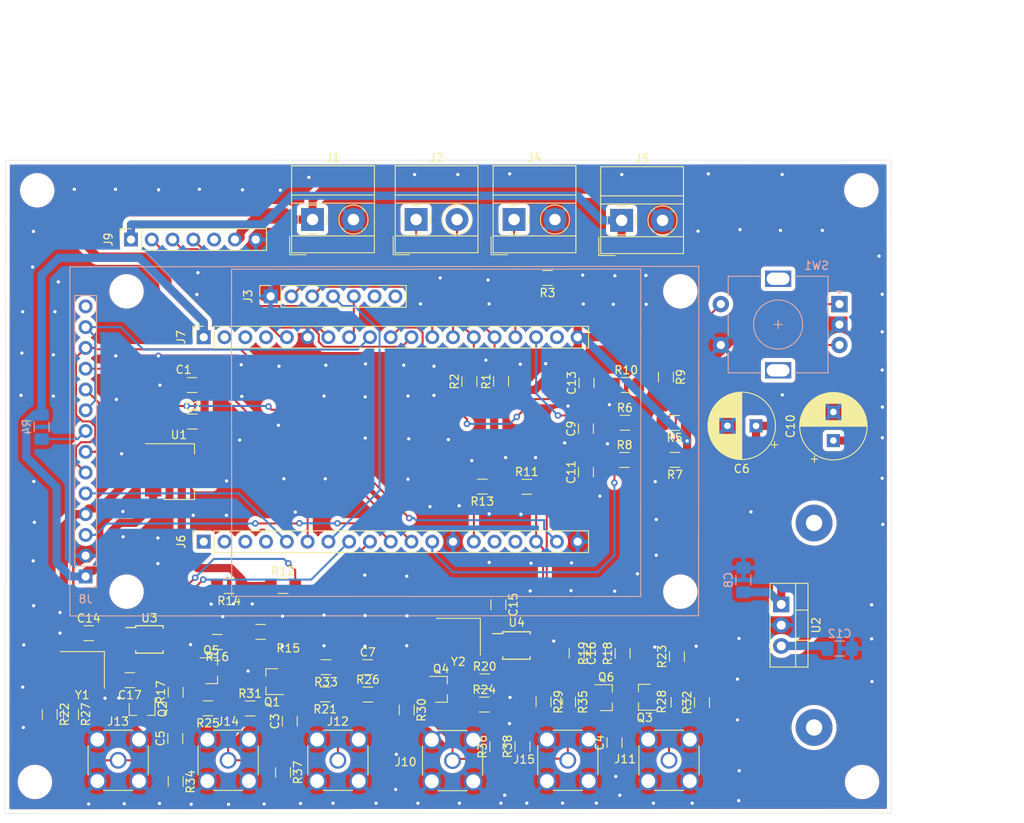
<source format=kicad_pcb>
(kicad_pcb (version 20171130) (host pcbnew "(5.1.5)-3")
  (layers (0 F.Cu signal) (31 B.Cu signal) (34 B.Paste user) (35 F.Paste user) (36 B.SilkS user) (37 F.SilkS user) (38 B.Mask user) (39 F.Mask user) (44 Edge.Cuts user))
  (net 0 "")
  (net 1 GND)
  (net 2 Vcc)
  (net 3 SCL_1)
  (net 4 SDA_1)
  (net 5 SDI)
  (net 6 SDO)
  (net 7 SCK)
  (net 8 CS)
  (net 9 DC)
  (net 10 A1P)
  (net 11 A2P)
  (net 12 R1)
  (net 13 R2)
  (net 14 RCLK_2)
  (net 15 R2_2)
  (net 16 R1_2)
  (net 17 R3_2)
  (net 18 SER_2)
  (net 19 T_IRQ)
  (net 20 T_CS)
  (net 21 LED)
  (net 22 SCLK_2)
  (net 23 RXTX)
  (net 24 V12V)
  (net 25 R1_2a)
  (net 26 R2_2a)
  (net 27 R3_2a)
  (net 28 A4P)
  (net 29 A3P)
  (net 30 V33)
  (net 31 RESET)
  (net 32 "Net-(J3-Pad6)")
  (net 33 "Net-(J3-Pad7)")
  (net 34 "Net-(J6-Pad16)")
  (net 35 "Net-(J6-Pad15)")
  (net 36 SCL_2)
  (net 37 SDA_2)
  (net 38 "Net-(J6-Pad3)")
  (net 39 "Net-(J6-Pad2)")
  (net 40 "Net-(J6-Pad1)")
  (net 41 "Net-(J7-Pad2)")
  (net 42 "Net-(J7-Pad3)")
  (net 43 "Net-(J7-Pad4)")
  (net 44 "Net-(J7-Pad18)")
  (net 45 "Net-(J9-Pad5)")
  (net 46 "Net-(U3-Pad2)")
  (net 47 "Net-(U3-Pad3)")
  (net 48 V33a)
  (net 49 "Net-(Q1-Pad1)")
  (net 50 "Net-(Q2-Pad1)")
  (net 51 "Net-(Q3-Pad1)")
  (net 52 "Net-(R15-Pad2)")
  (net 53 "Net-(R16-Pad2)")
  (net 54 "Net-(R17-Pad2)")
  (net 55 "Net-(Q4-Pad1)")
  (net 56 "Net-(Q5-Pad1)")
  (net 57 "Net-(Q6-Pad1)")
  (net 58 "Net-(J10-Pad1)")
  (net 59 "Net-(J11-Pad1)")
  (net 60 "Net-(J12-Pad1)")
  (net 61 "Net-(J13-Pad1)")
  (net 62 "Net-(J14-Pad1)")
  (net 63 "Net-(J15-Pad1)")
  (net 64 "Net-(Q1-Pad2)")
  (net 65 "Net-(Q2-Pad2)")
  (net 66 "Net-(Q3-Pad2)")
  (net 67 "Net-(Q4-Pad2)")
  (net 68 "Net-(Q5-Pad2)")
  (net 69 "Net-(Q6-Pad2)")
  (net 70 "Net-(R18-Pad2)")
  (net 71 "Net-(R19-Pad2)")
  (net 72 "Net-(R20-Pad2)")
  (net 73 "Net-(U4-Pad2)")
  (net 74 "Net-(U4-Pad3)")
  (module Resistor_SMD:R_1206_3216Metric_Pad1.42x1.75mm_HandSolder (layer F.Cu) (at 76.3 127.2 270)
    (fp_text reference R37 (at 0 -1.82 90) (layer F.SilkS))
    (fp_text value 150)
    (pad 2 smd roundrect (at 1.4875 0 270) (size 1.425 1.75) (layers F.Cu F.Paste F.Mask) (roundrect_rratio 0.175439) (net 1 GND))
    (pad 1 smd roundrect (at -1.4875 0 270) (size 1.425 1.75) (layers F.Cu F.Paste F.Mask) (roundrect_rratio 0.175439) (net 62 "Net-(J14-Pad1)"))
  )
  (module Resistor_SMD:R_1206_3216Metric_Pad1.42x1.75mm_HandSolder (layer F.Cu) (at 63.175 128.325 270)
    (fp_text reference R34 (at 0 -1.82 90) (layer F.SilkS))
    (fp_text value 150)
    (pad 2 smd roundrect (at 1.4875 0 270) (size 1.425 1.75) (layers F.Cu F.Paste F.Mask) (roundrect_rratio 0.175439) (net 1 GND))
    (pad 1 smd roundrect (at -1.4875 0 270) (size 1.425 1.75) (layers F.Cu F.Paste F.Mask) (roundrect_rratio 0.175439) (net 61 "Net-(J13-Pad1)"))
  )
  (module Resistor_SMD:R_1206_3216Metric_Pad1.42x1.75mm_HandSolder (layer F.Cu) (at 81.55 114.325 180)
    (fp_text reference R33 (at 0 -1.82) (layer F.SilkS))
    (fp_text value 150)
    (pad 2 smd roundrect (at 1.4875 0 180) (size 1.425 1.75) (layers F.Cu F.Paste F.Mask) (roundrect_rratio 0.175439) (net 1 GND))
    (pad 1 smd roundrect (at -1.4875 0 180) (size 1.425 1.75) (layers F.Cu F.Paste F.Mask) (roundrect_rratio 0.175439) (net 60 "Net-(J12-Pad1)"))
  )
  (module Resistor_SMD:R_1206_3216Metric_Pad1.42x1.75mm_HandSolder (layer F.Cu) (at 67.125 119.35 180)
    (fp_text reference R25 (at 0 -1.82) (layer F.SilkS))
    (fp_text value 150)
    (pad 2 smd roundrect (at 1.4875 0 180) (size 1.425 1.75) (layers F.Cu F.Paste F.Mask) (roundrect_rratio 0.175439) (net 1 GND))
    (pad 1 smd roundrect (at -1.4875 0 180) (size 1.425 1.75) (layers F.Cu F.Paste F.Mask) (roundrect_rratio 0.175439) (net 68 "Net-(Q5-Pad2)"))
  )
  (module Resistor_SMD:R_1206_3216Metric_Pad1.42x1.75mm_HandSolder (layer F.Cu) (at 47.775 120.1 270)
    (fp_text reference R22 (at 0 -1.82 90) (layer F.SilkS))
    (fp_text value 150)
    (pad 2 smd roundrect (at 1.4875 0 270) (size 1.425 1.75) (layers F.Cu F.Paste F.Mask) (roundrect_rratio 0.175439) (net 1 GND))
    (pad 1 smd roundrect (at -1.4875 0 270) (size 1.425 1.75) (layers F.Cu F.Paste F.Mask) (roundrect_rratio 0.175439) (net 65 "Net-(Q2-Pad2)"))
  )
  (module Resistor_SMD:R_1206_3216Metric_Pad1.42x1.75mm_HandSolder (layer F.Cu) (at 81.45 117.65 180)
    (fp_text reference R21 (at 0 -1.82) (layer F.SilkS))
    (fp_text value 150)
    (pad 2 smd roundrect (at 1.4875 0 180) (size 1.425 1.75) (layers F.Cu F.Paste F.Mask) (roundrect_rratio 0.175439) (net 1 GND))
    (pad 1 smd roundrect (at -1.4875 0 180) (size 1.425 1.75) (layers F.Cu F.Paste F.Mask) (roundrect_rratio 0.175439) (net 64 "Net-(Q1-Pad2)"))
  )
  (module Resistor_SMD:R_1206_3216Metric_Pad1.42x1.75mm_HandSolder (layer F.Cu) (at 105.575 124.025 90)
    (fp_text reference R38 (at 0 -1.82 90) (layer F.SilkS))
    (fp_text value 150)
    (pad 2 smd roundrect (at 1.4875 0 90) (size 1.425 1.75) (layers F.Cu F.Paste F.Mask) (roundrect_rratio 0.175439) (net 1 GND))
    (pad 1 smd roundrect (at -1.4875 0 90) (size 1.425 1.75) (layers F.Cu F.Paste F.Mask) (roundrect_rratio 0.175439) (net 63 "Net-(J15-Pad1)"))
  )
  (module Resistor_SMD:R_1206_3216Metric_Pad1.42x1.75mm_HandSolder (layer F.Cu) (at 102.5 124.05 90)
    (fp_text reference R36 (at 0 -1.82 90) (layer F.SilkS))
    (fp_text value 150)
    (pad 2 smd roundrect (at 1.4875 0 90) (size 1.425 1.75) (layers F.Cu F.Paste F.Mask) (roundrect_rratio 0.175439) (net 1 GND))
    (pad 1 smd roundrect (at -1.4875 0 90) (size 1.425 1.75) (layers F.Cu F.Paste F.Mask) (roundrect_rratio 0.175439) (net 58 "Net-(J10-Pad1)"))
  )
  (module Resistor_SMD:R_1206_3216Metric_Pad1.42x1.75mm_HandSolder (layer F.Cu) (at 108.15 118.575 270)
    (fp_text reference R29 (at 0 -1.82 90) (layer F.SilkS))
    (fp_text value 150)
    (pad 2 smd roundrect (at 1.4875 0 270) (size 1.425 1.75) (layers F.Cu F.Paste F.Mask) (roundrect_rratio 0.175439) (net 1 GND))
    (pad 1 smd roundrect (at -1.4875 0 270) (size 1.425 1.75) (layers F.Cu F.Paste F.Mask) (roundrect_rratio 0.175439) (net 69 "Net-(Q6-Pad2)"))
  )
  (module Resistor_SMD:R_1206_3216Metric_Pad1.42x1.75mm_HandSolder (layer F.Cu) (at 100.9 118.9)
    (fp_text reference R24 (at 0 -1.82) (layer F.SilkS))
    (fp_text value 150)
    (pad 2 smd roundrect (at 1.4875 0) (size 1.425 1.75) (layers F.Cu F.Paste F.Mask) (roundrect_rratio 0.175439) (net 1 GND))
    (pad 1 smd roundrect (at -1.4875 0) (size 1.425 1.75) (layers F.Cu F.Paste F.Mask) (roundrect_rratio 0.175439) (net 67 "Net-(Q4-Pad2)"))
  )
  (module Resistor_SMD:R_1206_3216Metric_Pad1.42x1.75mm_HandSolder (layer F.Cu) (at 127.525 118.65 90)
    (fp_text reference R32 (at 0 -1.82 90) (layer F.SilkS))
    (fp_text value 150)
    (pad 2 smd roundrect (at 1.4875 0 90) (size 1.425 1.75) (layers F.Cu F.Paste F.Mask) (roundrect_rratio 0.175439) (net 1 GND))
    (pad 1 smd roundrect (at -1.4875 0 90) (size 1.425 1.75) (layers F.Cu F.Paste F.Mask) (roundrect_rratio 0.175439) (net 59 "Net-(J11-Pad1)"))
  )
  (module Resistor_SMD:R_1206_3216Metric_Pad1.42x1.75mm_HandSolder (layer F.Cu) (at 124.46 113.03 90)
    (fp_text reference R23 (at 0 -1.82 90) (layer F.SilkS))
    (fp_text value 150)
    (pad 2 smd roundrect (at 1.4875 0 90) (size 1.425 1.75) (layers F.Cu F.Paste F.Mask) (roundrect_rratio 0.175439) (net 1 GND))
    (pad 1 smd roundrect (at -1.4875 0 90) (size 1.425 1.75) (layers F.Cu F.Paste F.Mask) (roundrect_rratio 0.175439) (net 66 "Net-(Q3-Pad2)"))
  )
  (module Resistor_SMD:R_1206_3216Metric_Pad1.42x1.75mm_HandSolder (layer F.Cu) (at 72.275 119.375)
    (fp_text reference R31 (at 0 -1.82) (layer F.SilkS))
    (fp_text value 33)
    (pad 2 smd roundrect (at 1.4875 0) (size 1.425 1.75) (layers F.Cu F.Paste F.Mask) (roundrect_rratio 0.175439) (net 62 "Net-(J14-Pad1)"))
    (pad 1 smd roundrect (at -1.4875 0) (size 1.425 1.75) (layers F.Cu F.Paste F.Mask) (roundrect_rratio 0.175439) (net 68 "Net-(Q5-Pad2)"))
  )
  (module MountingHole:MountingHole_3.2mm_M3 (layer F.Cu) (at 147.00504 56.02224)
    (fp_text reference " " (at 0 -4.2) (layer F.SilkS))
    (fp_text value " ")
    (pad 1 np_thru_hole circle (at 0 0) (size 3.2 3.2) (drill 3.2) (layers *.Cu *.Mask))
  )
  (module Connector_Wire:SolderWirePad_1x01_Drill2mm (layer F.Cu) (at 141.22654 121.70156 180)
    (fp_text reference " " (at 0 -3.81) (layer F.SilkS))
    (fp_text value " ")
    (pad 1 thru_hole circle (at 0 0 180) (size 4.50088 4.50088) (drill 1.99898) (layers *.Cu *.Mask))
  )
  (module Connector_Wire:SolderWirePad_1x01_Drill2mm (layer F.Cu) (at 141.22654 96.70156 180)
    (fp_text reference " " (at 0 -3.81) (layer F.SilkS))
    (fp_text value " ")
    (pad 1 thru_hole circle (at 0 0 180) (size 4.50088 4.50088) (drill 1.99898) (layers *.Cu *.Mask))
  )
  (module MountingHole:MountingHole_3.2mm_M3 (layer F.Cu) (at 45.96892 128.36144)
    (fp_text reference " " (at 0 -4.2) (layer F.SilkS))
    (fp_text value " ")
    (pad 1 np_thru_hole circle (at 0 0) (size 3.2 3.2) (drill 3.2) (layers *.Cu *.Mask))
  )
  (module MountingHole:MountingHole_3.2mm_M3 (layer F.Cu) (at 46.24832 56.02224)
    (fp_text reference " " (at 0 -4.2) (layer F.SilkS))
    (fp_text value " ")
    (pad 1 np_thru_hole circle (at 0 0) (size 3.2 3.2) (drill 3.2) (layers *.Cu *.Mask))
  )
  (module MountingHole:MountingHole_3.2mm_M3 (layer F.Cu) (at 147.09648 128.36144)
    (fp_text reference " " (at 0 -4.2) (layer F.SilkS))
    (fp_text value " ")
    (pad 1 np_thru_hole circle (at 0 0) (size 3.2 3.2) (drill 3.2) (layers *.Cu *.Mask))
  )
  (module MountingHole:MountingHole_3.2mm_M3 (layer F.Cu) (at 57.17136 105.09452)
    (fp_text reference " " (at 0 -4.2) (layer F.SilkS))
    (fp_text value " ")
    (pad 1 np_thru_hole circle (at 0 0) (size 3.2 3.2) (drill 3.2) (layers *.Cu *.Mask))
  )
  (module MountingHole:MountingHole_3.2mm_M3 (layer F.Cu) (at 124.87136 105.09452)
    (fp_text reference " " (at 0 -4.2) (layer F.SilkS))
    (fp_text value " ")
    (pad 1 np_thru_hole circle (at 0 0) (size 3.2 3.2) (drill 3.2) (layers *.Cu *.Mask))
  )
  (module MountingHole:MountingHole_3.2mm_M3 (layer F.Cu) (at 124.87136 68.37452)
    (fp_text reference " " (at 0 -4.2) (layer F.SilkS))
    (fp_text value " ")
    (pad 1 np_thru_hole circle (at 0 0) (size 3.2 3.2) (drill 3.2) (layers *.Cu *.Mask))
  )
  (module MountingHole:MountingHole_3.2mm_M3 (layer F.Cu) (at 57.17136 68.37452)
    (fp_text reference " " (at 0 -4.2) (layer F.SilkS))
    (fp_text value " ")
    (pad 1 np_thru_hole circle (at 0 0) (size 3.2 3.2) (drill 3.2) (layers *.Cu *.Mask))
  )
  (module Package_TO_SOT_SMD:SOT-23 (layer F.Cu) (at 115.80368 118.05666)
    (fp_text reference Q6 (at 0 -2.5) (layer F.SilkS))
    (fp_text value BFR92)
    (pad 3 smd rect (at 1 0) (size 0.9 0.8) (layers F.Cu F.Paste F.Mask) (net 48 V33a))
    (pad 2 smd rect (at -1 0.95) (size 0.9 0.8) (layers F.Cu F.Paste F.Mask) (net 69 "Net-(Q6-Pad2)"))
    (pad 1 smd rect (at -1 -0.95) (size 0.9 0.8) (layers F.Cu F.Paste F.Mask) (net 57 "Net-(Q6-Pad1)"))
  )
  (module Package_TO_SOT_SMD:SOT-23 (layer F.Cu) (at 95.62338 117.03304)
    (fp_text reference Q4 (at 0 -2.5) (layer F.SilkS))
    (fp_text value BFR92)
    (pad 3 smd rect (at 1 0) (size 0.9 0.8) (layers F.Cu F.Paste F.Mask) (net 48 V33a))
    (pad 2 smd rect (at -1 0.95) (size 0.9 0.8) (layers F.Cu F.Paste F.Mask) (net 67 "Net-(Q4-Pad2)"))
    (pad 1 smd rect (at -1 -0.95) (size 0.9 0.8) (layers F.Cu F.Paste F.Mask) (net 55 "Net-(Q4-Pad1)"))
  )
  (module Package_TO_SOT_SMD:SOT-23 (layer F.Cu) (at 120.51284 118.00078 180)
    (fp_text reference Q3 (at 0 -2.5) (layer F.SilkS))
    (fp_text value BFR92)
    (pad 3 smd rect (at 1 0 180) (size 0.9 0.8) (layers F.Cu F.Paste F.Mask) (net 48 V33a))
    (pad 2 smd rect (at -1 0.95 180) (size 0.9 0.8) (layers F.Cu F.Paste F.Mask) (net 66 "Net-(Q3-Pad2)"))
    (pad 1 smd rect (at -1 -0.95 180) (size 0.9 0.8) (layers F.Cu F.Paste F.Mask) (net 51 "Net-(Q3-Pad1)"))
  )
  (module Package_TO_SOT_SMD:SOT-23 (layer F.Cu) (at 67.53606 114.76228)
    (fp_text reference Q5 (at 0 -2.5) (layer F.SilkS))
    (fp_text value BFR92)
    (pad 3 smd rect (at 1 0) (size 0.9 0.8) (layers F.Cu F.Paste F.Mask) (net 48 V33a))
    (pad 2 smd rect (at -1 0.95) (size 0.9 0.8) (layers F.Cu F.Paste F.Mask) (net 68 "Net-(Q5-Pad2)"))
    (pad 1 smd rect (at -1 -0.95) (size 0.9 0.8) (layers F.Cu F.Paste F.Mask) (net 56 "Net-(Q5-Pad1)"))
  )
  (module Package_TO_SOT_SMD:SOT-23 (layer F.Cu) (at 59.07024 119.46128 270)
    (fp_text reference Q2 (at 0 -2.5 90) (layer F.SilkS))
    (fp_text value BFR92)
    (pad 3 smd rect (at 1 0 270) (size 0.9 0.8) (layers F.Cu F.Paste F.Mask) (net 48 V33a))
    (pad 2 smd rect (at -1 0.95 270) (size 0.9 0.8) (layers F.Cu F.Paste F.Mask) (net 65 "Net-(Q2-Pad2)"))
    (pad 1 smd rect (at -1 -0.95 270) (size 0.9 0.8) (layers F.Cu F.Paste F.Mask) (net 50 "Net-(Q2-Pad1)"))
  )
  (module Package_TO_SOT_SMD:SOT-23 (layer F.Cu) (at 74.96302 116.09832 180)
    (fp_text reference Q1 (at 0 -2.5) (layer F.SilkS))
    (fp_text value BFR92)
    (pad 3 smd rect (at 1 0 180) (size 0.9 0.8) (layers F.Cu F.Paste F.Mask) (net 48 V33a))
    (pad 2 smd rect (at -1 0.95 180) (size 0.9 0.8) (layers F.Cu F.Paste F.Mask) (net 64 "Net-(Q1-Pad2)"))
    (pad 1 smd rect (at -1 -0.95 180) (size 0.9 0.8) (layers F.Cu F.Paste F.Mask) (net 49 "Net-(Q1-Pad1)"))
  )
  (module Capacitor_SMD:C_1206_3216Metric_Pad1.42x1.75mm_HandSolder (layer F.Cu) (at 86.65718 114.3254)
    (fp_text reference C7 (at 0 -1.82) (layer F.SilkS))
    (fp_text value 100n)
    (pad 2 smd roundrect (at 1.4875 0) (size 1.425 1.75) (layers F.Cu F.Paste F.Mask) (roundrect_rratio 0.175439) (net 48 V33a))
    (pad 1 smd roundrect (at -1.4875 0) (size 1.425 1.75) (layers F.Cu F.Paste F.Mask) (roundrect_rratio 0.175439) (net 1 GND))
  )
  (module Capacitor_SMD:C_1206_3216Metric_Pad1.42x1.75mm_HandSolder (layer F.Cu) (at 77.125 120.95 90)
    (fp_text reference C3 (at 0 -1.82 90) (layer F.SilkS))
    (fp_text value 100n)
    (pad 2 smd roundrect (at 1.4875 0 90) (size 1.425 1.75) (layers F.Cu F.Paste F.Mask) (roundrect_rratio 0.175439) (net 48 V33a))
    (pad 1 smd roundrect (at -1.4875 0 90) (size 1.425 1.75) (layers F.Cu F.Paste F.Mask) (roundrect_rratio 0.175439) (net 1 GND))
  )
  (module Capacitor_SMD:C_1206_3216Metric_Pad1.42x1.75mm_HandSolder (layer F.Cu) (at 57.57164 115.91544 180)
    (fp_text reference C17 (at 0 -1.82) (layer F.SilkS))
    (fp_text value 100n)
    (pad 2 smd roundrect (at 1.4875 0 180) (size 1.425 1.75) (layers F.Cu F.Paste F.Mask) (roundrect_rratio 0.175439) (net 1 GND))
    (pad 1 smd roundrect (at -1.4875 0 180) (size 1.425 1.75) (layers F.Cu F.Paste F.Mask) (roundrect_rratio 0.175439) (net 48 V33a))
  )
  (module Resistor_SMD:R_1206_3216Metric_Pad1.42x1.75mm_HandSolder (layer F.Cu) (at 111.1504 118.58498 270)
    (fp_text reference R35 (at 0 -1.82 90) (layer F.SilkS))
    (fp_text value 33)
    (pad 2 smd roundrect (at 1.4875 0 270) (size 1.425 1.75) (layers F.Cu F.Paste F.Mask) (roundrect_rratio 0.175439) (net 63 "Net-(J15-Pad1)"))
    (pad 1 smd roundrect (at -1.4875 0 270) (size 1.425 1.75) (layers F.Cu F.Paste F.Mask) (roundrect_rratio 0.175439) (net 69 "Net-(Q6-Pad2)"))
  )
  (module Resistor_SMD:R_1206_3216Metric_Pad1.42x1.75mm_HandSolder (layer F.Cu) (at 91.41968 119.55526 270)
    (fp_text reference R30 (at 0 -1.82 90) (layer F.SilkS))
    (fp_text value 33)
    (pad 2 smd roundrect (at 1.4875 0 270) (size 1.425 1.75) (layers F.Cu F.Paste F.Mask) (roundrect_rratio 0.175439) (net 58 "Net-(J10-Pad1)"))
    (pad 1 smd roundrect (at -1.4875 0 270) (size 1.425 1.75) (layers F.Cu F.Paste F.Mask) (roundrect_rratio 0.175439) (net 67 "Net-(Q4-Pad2)"))
  )
  (module Resistor_SMD:R_1206_3216Metric_Pad1.42x1.75mm_HandSolder (layer F.Cu) (at 124.66066 118.61546 270)
    (fp_text reference R28 (at -0.07112 2.06248 90) (layer F.SilkS))
    (fp_text value 33)
    (pad 2 smd roundrect (at 1.4875 0 270) (size 1.425 1.75) (layers F.Cu F.Paste F.Mask) (roundrect_rratio 0.175439) (net 59 "Net-(J11-Pad1)"))
    (pad 1 smd roundrect (at -1.4875 0 270) (size 1.425 1.75) (layers F.Cu F.Paste F.Mask) (roundrect_rratio 0.175439) (net 66 "Net-(Q3-Pad2)"))
  )
  (module Resistor_SMD:R_1206_3216Metric_Pad1.42x1.75mm_HandSolder (layer F.Cu) (at 100.94976 116.06022)
    (fp_text reference R20 (at 0 -1.82) (layer F.SilkS))
    (fp_text value 1k)
    (pad 2 smd roundrect (at 1.4875 0) (size 1.425 1.75) (layers F.Cu F.Paste F.Mask) (roundrect_rratio 0.175439) (net 72 "Net-(R20-Pad2)"))
    (pad 1 smd roundrect (at -1.4875 0) (size 1.425 1.75) (layers F.Cu F.Paste F.Mask) (roundrect_rratio 0.175439) (net 55 "Net-(Q4-Pad1)"))
  )
  (module Resistor_SMD:R_1206_3216Metric_Pad1.42x1.75mm_HandSolder (layer F.Cu) (at 114.80546 112.63376 90)
    (fp_text reference R19 (at 0 -1.82 90) (layer F.SilkS))
    (fp_text value 1k)
    (pad 2 smd roundrect (at 1.4875 0 90) (size 1.425 1.75) (layers F.Cu F.Paste F.Mask) (roundrect_rratio 0.175439) (net 71 "Net-(R19-Pad2)"))
    (pad 1 smd roundrect (at -1.4875 0 90) (size 1.425 1.75) (layers F.Cu F.Paste F.Mask) (roundrect_rratio 0.175439) (net 57 "Net-(Q6-Pad1)"))
  )
  (module Resistor_SMD:R_1206_3216Metric_Pad1.42x1.75mm_HandSolder (layer F.Cu) (at 117.82044 112.65408 90)
    (fp_text reference R18 (at 0 -1.82 90) (layer F.SilkS))
    (fp_text value 1k)
    (pad 2 smd roundrect (at 1.4875 0 90) (size 1.425 1.75) (layers F.Cu F.Paste F.Mask) (roundrect_rratio 0.175439) (net 70 "Net-(R18-Pad2)"))
    (pad 1 smd roundrect (at -1.4875 0 90) (size 1.425 1.75) (layers F.Cu F.Paste F.Mask) (roundrect_rratio 0.175439) (net 51 "Net-(Q3-Pad1)"))
  )
  (module Connector_PinSocket_2.54mm:PinSocket_1x07_P2.54mm_Vertical (layer F.Cu) (at 57.71388 62.04712 90)
    (fp_text reference J9 (at 0 -2.77 90) (layer F.SilkS))
    (fp_text value Conn_01x07_Female)
    (pad 1 thru_hole rect (at 0 0 90) (size 1.7 1.7) (drill 1) (layers *.Cu *.Mask) (net 24 V12V))
    (pad 2 thru_hole oval (at 0 2.54 90) (size 1.7 1.7) (drill 1) (layers *.Cu *.Mask) (net 18 SER_2))
    (pad 3 thru_hole oval (at 0 5.08 90) (size 1.7 1.7) (drill 1) (layers *.Cu *.Mask) (net 14 RCLK_2))
    (pad 4 thru_hole oval (at 0 7.62 90) (size 1.7 1.7) (drill 1) (layers *.Cu *.Mask) (net 22 SCLK_2))
    (pad 5 thru_hole oval (at 0 10.16 90) (size 1.7 1.7) (drill 1) (layers *.Cu *.Mask) (net 45 "Net-(J9-Pad5)"))
    (pad 6 thru_hole oval (at 0 12.7 90) (size 1.7 1.7) (drill 1) (layers *.Cu *.Mask) (net 2 Vcc))
    (pad 7 thru_hole oval (at 0 15.24 90) (size 1.7 1.7) (drill 1) (layers *.Cu *.Mask) (net 1 GND))
  )
  (module Package_SO:MSOP-10_3x3mm_P0.5mm (layer F.Cu) (at 59.96432 110.93196)
    (fp_text reference U3 (at 0 -2.6) (layer F.SilkS))
    (fp_text value Si5351A-B-GT)
    (pad 10 smd rect (at 2.2 -1) (size 1.4 0.3) (layers F.Cu F.Paste F.Mask) (net 52 "Net-(R15-Pad2)"))
    (pad 9 smd rect (at 2.2 -0.5) (size 1.4 0.3) (layers F.Cu F.Paste F.Mask) (net 53 "Net-(R16-Pad2)"))
    (pad 8 smd rect (at 2.2 0) (size 1.4 0.3) (layers F.Cu F.Paste F.Mask) (net 1 GND))
    (pad 7 smd rect (at 2.2 0.5) (size 1.4 0.3) (layers F.Cu F.Paste F.Mask) (net 48 V33a))
    (pad 6 smd rect (at 2.2 1) (size 1.4 0.3) (layers F.Cu F.Paste F.Mask) (net 54 "Net-(R17-Pad2)"))
    (pad 5 smd rect (at -2.2 1) (size 1.4 0.3) (layers F.Cu F.Paste F.Mask) (net 37 SDA_2))
    (pad 4 smd rect (at -2.2 0.5) (size 1.4 0.3) (layers F.Cu F.Paste F.Mask) (net 36 SCL_2))
    (pad 3 smd rect (at -2.2 0) (size 1.4 0.3) (layers F.Cu F.Paste F.Mask) (net 47 "Net-(U3-Pad3)"))
    (pad 2 smd rect (at -2.2 -0.5) (size 1.4 0.3) (layers F.Cu F.Paste F.Mask) (net 46 "Net-(U3-Pad2)"))
    (pad 1 smd rect (at -2.2 -1) (size 1.4 0.3) (layers F.Cu F.Paste F.Mask) (net 48 V33a))
  )
  (module Capacitor_SMD:C_1206_3216Metric_Pad1.42x1.75mm_HandSolder (layer B.Cu) (at 132.58038 103.67264 270)
    (fp_text reference C8 (at 0 1.82 270) (layer B.SilkS) (effects (justify mirror)))
    (fp_text value 100n)
    (pad 1 smd roundrect (at -1.4875 0 270) (size 1.425 1.75) (layers B.Cu B.Paste B.Mask) (roundrect_rratio 0.175439) (net 1 GND))
    (pad 2 smd roundrect (at 1.4875 0 270) (size 1.425 1.75) (layers B.Cu B.Paste B.Mask) (roundrect_rratio 0.175439) (net 24 V12V))
  )
  (module Capacitor_SMD:C_1206_3216Metric_Pad1.42x1.75mm_HandSolder (layer B.Cu) (at 144.34566 112.05464 180)
    (fp_text reference C12 (at 0 1.82) (layer B.SilkS) (effects (justify mirror)))
    (fp_text value 100n)
    (pad 2 smd roundrect (at 1.4875 0 180) (size 1.425 1.75) (layers B.Cu B.Paste B.Mask) (roundrect_rratio 0.175439) (net 2 Vcc))
    (pad 1 smd roundrect (at -1.4875 0 180) (size 1.425 1.75) (layers B.Cu B.Paste B.Mask) (roundrect_rratio 0.175439) (net 1 GND))
  )
  (module Capacitor_THT:CP_Radial_D8.0mm_P3.50mm (layer F.Cu) (at 143.58874 86.61908 90)
    (fp_text reference C10 (at 1.75 -5.25 90) (layer F.SilkS))
    (fp_text value 100u)
    (pad 1 thru_hole rect (at 0 0 90) (size 1.6 1.6) (drill 0.8) (layers *.Cu *.Mask) (net 2 Vcc))
    (pad 2 thru_hole circle (at 3.5 0 90) (size 1.6 1.6) (drill 0.8) (layers *.Cu *.Mask) (net 1 GND))
  )
  (module Connector_PinSocket_2.54mm:PinSocket_1x19_P2.54mm_Vertical (layer F.Cu) (at 66.60388 98.9838 90)
    (fp_text reference J6 (at 0 -2.77 90) (layer F.SilkS))
    (fp_text value ESP32L)
    (pad 19 thru_hole oval (at 0 45.72 90) (size 1.7 1.7) (drill 1) (layers *.Cu *.Mask) (net 1 GND))
    (pad 18 thru_hole oval (at 0 43.18 90) (size 1.7 1.7) (drill 1) (layers *.Cu *.Mask) (net 5 SDI))
    (pad 17 thru_hole oval (at 0 40.64 90) (size 1.7 1.7) (drill 1) (layers *.Cu *.Mask) (net 3 SCL_1))
    (pad 16 thru_hole oval (at 0 38.1 90) (size 1.7 1.7) (drill 1) (layers *.Cu *.Mask) (net 34 "Net-(J6-Pad16)"))
    (pad 15 thru_hole oval (at 0 35.56 90) (size 1.7 1.7) (drill 1) (layers *.Cu *.Mask) (net 35 "Net-(J6-Pad15)"))
    (pad 14 thru_hole oval (at 0 33.02 90) (size 1.7 1.7) (drill 1) (layers *.Cu *.Mask) (net 4 SDA_1))
    (pad 13 thru_hole oval (at 0 30.48 90) (size 1.7 1.7) (drill 1) (layers *.Cu *.Mask) (net 1 GND))
    (pad 12 thru_hole oval (at 0 27.94 90) (size 1.7 1.7) (drill 1) (layers *.Cu *.Mask) (net 26 R2_2a))
    (pad 11 thru_hole oval (at 0 25.4 90) (size 1.7 1.7) (drill 1) (layers *.Cu *.Mask) (net 7 SCK))
    (pad 10 thru_hole oval (at 0 22.86 90) (size 1.7 1.7) (drill 1) (layers *.Cu *.Mask) (net 8 CS))
    (pad 9 thru_hole oval (at 0 20.32 90) (size 1.7 1.7) (drill 1) (layers *.Cu *.Mask) (net 36 SCL_2))
    (pad 8 thru_hole oval (at 0 17.78 90) (size 1.7 1.7) (drill 1) (layers *.Cu *.Mask) (net 37 SDA_2))
    (pad 7 thru_hole oval (at 0 15.24 90) (size 1.7 1.7) (drill 1) (layers *.Cu *.Mask) (net 29 A3P))
    (pad 6 thru_hole oval (at 0 12.7 90) (size 1.7 1.7) (drill 1) (layers *.Cu *.Mask) (net 20 T_CS))
    (pad 5 thru_hole oval (at 0 10.16 90) (size 1.7 1.7) (drill 1) (layers *.Cu *.Mask) (net 9 DC))
    (pad 4 thru_hole oval (at 0 7.62 90) (size 1.7 1.7) (drill 1) (layers *.Cu *.Mask) (net 31 RESET))
    (pad 3 thru_hole oval (at 0 5.08 90) (size 1.7 1.7) (drill 1) (layers *.Cu *.Mask) (net 38 "Net-(J6-Pad3)"))
    (pad 2 thru_hole oval (at 0 2.54 90) (size 1.7 1.7) (drill 1) (layers *.Cu *.Mask) (net 39 "Net-(J6-Pad2)"))
    (pad 1 thru_hole rect (at 0 0 90) (size 1.7 1.7) (drill 1) (layers *.Cu *.Mask) (net 40 "Net-(J6-Pad1)"))
  )
  (module Connector_PinSocket_2.54mm:PinSocket_1x19_P2.54mm_Vertical (layer F.Cu) (at 66.60388 73.9838 90)
    (fp_text reference J7 (at 0 -2.77 90) (layer F.SilkS))
    (fp_text value ESP32R)
    (pad 1 thru_hole rect (at 0 0 90) (size 1.7 1.7) (drill 1) (layers *.Cu *.Mask) (net 2 Vcc))
    (pad 2 thru_hole oval (at 0 2.54 90) (size 1.7 1.7) (drill 1) (layers *.Cu *.Mask) (net 41 "Net-(J7-Pad2)"))
    (pad 3 thru_hole oval (at 0 5.08 90) (size 1.7 1.7) (drill 1) (layers *.Cu *.Mask) (net 42 "Net-(J7-Pad3)"))
    (pad 4 thru_hole oval (at 0 7.62 90) (size 1.7 1.7) (drill 1) (layers *.Cu *.Mask) (net 43 "Net-(J7-Pad4)"))
    (pad 5 thru_hole oval (at 0 10.16 90) (size 1.7 1.7) (drill 1) (layers *.Cu *.Mask) (net 18 SER_2))
    (pad 6 thru_hole oval (at 0 12.7 90) (size 1.7 1.7) (drill 1) (layers *.Cu *.Mask) (net 1 GND))
    (pad 7 thru_hole oval (at 0 15.24 90) (size 1.7 1.7) (drill 1) (layers *.Cu *.Mask) (net 22 SCLK_2))
    (pad 8 thru_hole oval (at 0 17.78 90) (size 1.7 1.7) (drill 1) (layers *.Cu *.Mask) (net 28 A4P))
    (pad 9 thru_hole oval (at 0 20.32 90) (size 1.7 1.7) (drill 1) (layers *.Cu *.Mask) (net 6 SDO))
    (pad 10 thru_hole oval (at 0 22.86 90) (size 1.7 1.7) (drill 1) (layers *.Cu *.Mask) (net 27 R3_2a))
    (pad 11 thru_hole oval (at 0 25.4 90) (size 1.7 1.7) (drill 1) (layers *.Cu *.Mask) (net 14 RCLK_2))
    (pad 12 thru_hole oval (at 0 27.94 90) (size 1.7 1.7) (drill 1) (layers *.Cu *.Mask) (net 11 A2P))
    (pad 13 thru_hole oval (at 0 30.48 90) (size 1.7 1.7) (drill 1) (layers *.Cu *.Mask) (net 10 A1P))
    (pad 14 thru_hole oval (at 0 33.02 90) (size 1.7 1.7) (drill 1) (layers *.Cu *.Mask) (net 13 R2))
    (pad 15 thru_hole oval (at 0 35.56 90) (size 1.7 1.7) (drill 1) (layers *.Cu *.Mask) (net 12 R1))
    (pad 16 thru_hole oval (at 0 38.1 90) (size 1.7 1.7) (drill 1) (layers *.Cu *.Mask) (net 23 RXTX))
    (pad 17 thru_hole oval (at 0 40.64 90) (size 1.7 1.7) (drill 1) (layers *.Cu *.Mask) (net 25 R1_2a))
    (pad 18 thru_hole oval (at 0 43.18 90) (size 1.7 1.7) (drill 1) (layers *.Cu *.Mask) (net 44 "Net-(J7-Pad18)"))
    (pad 19 thru_hole oval (at 0 45.72 90) (size 1.7 1.7) (drill 1) (layers *.Cu *.Mask) (net 30 V33))
  )
  (module TerminalBlock_MetzConnect:TerminalBlock_MetzConnect_Type011_RT05502HBWC_1x02_P5.00mm_Horizontal (layer F.Cu) (at 104.5464 59.59856)
    (fp_text reference J4 (at 2.5 -7.56) (layer F.SilkS))
    (fp_text value RxTx)
    (pad 1 thru_hole rect (at 0 0) (size 2.8 2.8) (drill 1.4) (layers *.Cu *.Mask) (net 23 RXTX))
    (pad 2 thru_hole circle (at 5 0) (size 2.8 2.8) (drill 1.4) (layers *.Cu *.Mask) (net 1 GND))
  )
  (module TerminalBlock_MetzConnect:TerminalBlock_MetzConnect_Type011_RT05502HBWC_1x02_P5.00mm_Horizontal (layer F.Cu) (at 79.9084 59.59856)
    (fp_text reference J1 (at 2.5 -7.56) (layer F.SilkS))
    (fp_text value "Rotery Encoder1")
    (pad 2 thru_hole circle (at 5 0) (size 2.8 2.8) (drill 1.4) (layers *.Cu *.Mask) (net 1 GND))
    (pad 1 thru_hole rect (at 0 0) (size 2.8 2.8) (drill 1.4) (layers *.Cu *.Mask) (net 2 Vcc))
  )
  (module Connector_PinSocket_2.54mm:PinSocket_1x14_P2.54mm_Vertical (layer B.Cu) (at 52.16144 103.23576)
    (fp_text reference J8 (at 0 2.77) (layer B.SilkS) (effects (justify mirror)))
    (fp_text value ILI9341)
    (pad 1 thru_hole rect (at 0 0) (size 1.7 1.7) (drill 1) (layers *.Cu *.Mask) (net 2 Vcc))
    (pad 2 thru_hole oval (at 0 -2.54) (size 1.7 1.7) (drill 1) (layers *.Cu *.Mask) (net 1 GND))
    (pad 3 thru_hole oval (at 0 -5.08) (size 1.7 1.7) (drill 1) (layers *.Cu *.Mask) (net 8 CS))
    (pad 4 thru_hole oval (at 0 -7.62) (size 1.7 1.7) (drill 1) (layers *.Cu *.Mask) (net 48 V33a))
    (pad 5 thru_hole oval (at 0 -10.16) (size 1.7 1.7) (drill 1) (layers *.Cu *.Mask) (net 9 DC))
    (pad 6 thru_hole oval (at 0 -12.7) (size 1.7 1.7) (drill 1) (layers *.Cu *.Mask) (net 5 SDI))
    (pad 7 thru_hole oval (at 0 -15.24) (size 1.7 1.7) (drill 1) (layers *.Cu *.Mask) (net 7 SCK))
    (pad 8 thru_hole oval (at 0 -17.78) (size 1.7 1.7) (drill 1) (layers *.Cu *.Mask) (net 21 LED))
    (pad 9 thru_hole oval (at 0 -20.32) (size 1.7 1.7) (drill 1) (layers *.Cu *.Mask) (net 6 SDO))
    (pad 10 thru_hole oval (at 0 -22.86) (size 1.7 1.7) (drill 1) (layers *.Cu *.Mask) (net 7 SCK))
    (pad 11 thru_hole oval (at 0 -25.4) (size 1.7 1.7) (drill 1) (layers *.Cu *.Mask) (net 20 T_CS))
    (pad 12 thru_hole oval (at 0 -27.94) (size 1.7 1.7) (drill 1) (layers *.Cu *.Mask) (net 5 SDI))
    (pad 13 thru_hole oval (at 0 -30.48) (size 1.7 1.7) (drill 1) (layers *.Cu *.Mask) (net 6 SDO))
    (pad 14 thru_hole oval (at 0 -33.02) (size 1.7 1.7) (drill 1) (layers *.Cu *.Mask) (net 19 T_IRQ))
  )
  (module Rotary_Encoder:RotaryEncoder_Alps_EC11E-Switch_Vertical_H20mm (layer B.Cu) (at 144.32788 69.93636 180)
    (fp_text reference SW1 (at 2.8 4.7) (layer B.SilkS) (effects (justify mirror)))
    (fp_text value Rotary_Encoder_Switch)
    (pad A thru_hole rect (at 0 0 180) (size 2 2) (drill 1) (layers *.Cu *.Mask) (net 16 R1_2))
    (pad C thru_hole circle (at 0 -2.5 180) (size 2 2) (drill 1) (layers *.Cu *.Mask) (net 1 GND))
    (pad B thru_hole circle (at 0 -5 180) (size 2 2) (drill 1) (layers *.Cu *.Mask) (net 15 R2_2))
    (pad MP thru_hole rect (at 7.5 3.1 180) (size 3.2 2) (drill oval 2.8 1.5) (layers *.Cu *.Mask))
    (pad MP thru_hole rect (at 7.5 -8.1 180) (size 3.2 2) (drill oval 2.8 1.5) (layers *.Cu *.Mask))
    (pad S2 thru_hole circle (at 14.5 0 180) (size 2 2) (drill 1) (layers *.Cu *.Mask) (net 17 R3_2))
    (pad S1 thru_hole circle (at 14.5 -5 180) (size 2 2) (drill 1) (layers *.Cu *.Mask) (net 1 GND))
  )
  (module TerminalBlock_MetzConnect:TerminalBlock_MetzConnect_Type011_RT05502HBWC_1x02_P5.00mm_Horizontal (layer F.Cu) (at 92.57284 59.59856)
    (fp_text reference J2 (at 2.5 -7.56) (layer F.SilkS))
    (fp_text value "Rotery Encoder2")
    (pad 2 thru_hole circle (at 5 0) (size 2.8 2.8) (drill 1.4) (layers *.Cu *.Mask) (net 12 R1))
    (pad 1 thru_hole rect (at 0 0) (size 2.8 2.8) (drill 1.4) (layers *.Cu *.Mask) (net 13 R2))
  )
  (module TerminalBlock_MetzConnect:TerminalBlock_MetzConnect_Type011_RT05502HBWC_1x02_P5.00mm_Horizontal (layer F.Cu) (at 117.69852 59.70016)
    (fp_text reference J5 (at 2.5 -7.56) (layer F.SilkS))
    (fp_text value V12)
    (pad 1 thru_hole rect (at 0 0) (size 2.8 2.8) (drill 1.4) (layers *.Cu *.Mask) (net 24 V12V))
    (pad 2 thru_hole circle (at 5 0) (size 2.8 2.8) (drill 1.4) (layers *.Cu *.Mask) (net 1 GND))
  )
  (module Package_TO_SOT_THT:TO-220-3_Vertical (layer F.Cu) (at 137.21334 106.6546 270)
    (fp_text reference U2 (at 2.54 -4.27 90) (layer F.SilkS))
    (fp_text value L7805)
    (pad 1 thru_hole rect (at 0 0 270) (size 1.905 2) (drill 1.1) (layers *.Cu *.Mask) (net 24 V12V))
    (pad 2 thru_hole oval (at 2.54 0 270) (size 1.905 2) (drill 1.1) (layers *.Cu *.Mask) (net 1 GND))
    (pad 3 thru_hole oval (at 5.08 0 270) (size 1.905 2) (drill 1.1) (layers *.Cu *.Mask) (net 2 Vcc))
  )
  (module Connector_PinSocket_2.54mm:PinSocket_1x07_P2.54mm_Vertical (layer F.Cu) (at 74.79284 68.99148 90)
    (fp_text reference J3 (at 0 -2.77 90) (layer F.SilkS))
    (fp_text value "Analog in 3-6")
    (pad 1 thru_hole rect (at 0 0 90) (size 1.7 1.7) (drill 1) (layers *.Cu *.Mask) (net 1 GND))
    (pad 2 thru_hole oval (at 0 2.54 90) (size 1.7 1.7) (drill 1) (layers *.Cu *.Mask) (net 10 A1P))
    (pad 3 thru_hole oval (at 0 5.08 90) (size 1.7 1.7) (drill 1) (layers *.Cu *.Mask) (net 11 A2P))
    (pad 4 thru_hole oval (at 0 7.62 90) (size 1.7 1.7) (drill 1) (layers *.Cu *.Mask) (net 29 A3P))
    (pad 5 thru_hole oval (at 0 10.16 90) (size 1.7 1.7) (drill 1) (layers *.Cu *.Mask) (net 28 A4P))
    (pad 6 thru_hole oval (at 0 12.7 90) (size 1.7 1.7) (drill 1) (layers *.Cu *.Mask) (net 32 "Net-(J3-Pad6)"))
    (pad 7 thru_hole oval (at 0 15.24 90) (size 1.7 1.7) (drill 1) (layers *.Cu *.Mask) (net 33 "Net-(J3-Pad7)"))
  )
  (module Capacitor_THT:CP_Radial_D8.0mm_P3.50mm (layer F.Cu) (at 134.13486 84.82076 180)
    (fp_text reference C6 (at 1.75 -5.25) (layer F.SilkS))
    (fp_text value 100u)
    (pad 2 thru_hole circle (at 3.5 0 180) (size 1.6 1.6) (drill 0.8) (layers *.Cu *.Mask) (net 1 GND))
    (pad 1 thru_hole rect (at 0 0 180) (size 1.6 1.6) (drill 0.8) (layers *.Cu *.Mask) (net 24 V12V))
  )
  (module Resistor_SMD:R_1206_3216Metric_Pad1.42x1.75mm_HandSolder (layer F.Cu) (at 106.10088 92.27312)
    (fp_text reference R11 (at 0 -1.82) (layer F.SilkS))
    (fp_text value 2.2k)
    (pad 2 smd roundrect (at 1.4875 0) (size 1.425 1.75) (layers F.Cu F.Paste F.Mask) (roundrect_rratio 0.175439) (net 3 SCL_1))
    (pad 1 smd roundrect (at -1.4875 0) (size 1.425 1.75) (layers F.Cu F.Paste F.Mask) (roundrect_rratio 0.175439) (net 30 V33))
  )
  (module Resistor_SMD:R_1206_3216Metric_Pad1.42x1.75mm_HandSolder (layer F.Cu) (at 100.6602 92.24888 180)
    (fp_text reference R13 (at 0 -1.82) (layer F.SilkS))
    (fp_text value 2.2k)
    (pad 1 smd roundrect (at -1.4875 0 180) (size 1.425 1.75) (layers F.Cu F.Paste F.Mask) (roundrect_rratio 0.175439) (net 30 V33))
    (pad 2 smd roundrect (at 1.4875 0 180) (size 1.425 1.75) (layers F.Cu F.Paste F.Mask) (roundrect_rratio 0.175439) (net 4 SDA_1))
  )
  (module Resistor_SMD:R_1206_3216Metric_Pad1.42x1.75mm_HandSolder (layer B.Cu) (at 46.78172 84.95284 270)
    (fp_text reference R4 (at 0 1.82 270) (layer B.SilkS) (effects (justify mirror)))
    (fp_text value 150)
    (pad 2 smd roundrect (at 1.4875 0 270) (size 1.425 1.75) (layers B.Cu B.Paste B.Mask) (roundrect_rratio 0.175439) (net 21 LED))
    (pad 1 smd roundrect (at -1.4875 0 270) (size 1.425 1.75) (layers B.Cu B.Paste B.Mask) (roundrect_rratio 0.175439) (net 2 Vcc))
  )
  (module Resistor_SMD:R_1206_3216Metric_Pad1.42x1.75mm_HandSolder (layer F.Cu) (at 124.17044 84.46516 180)
    (fp_text reference R5 (at 0 -1.82) (layer F.SilkS))
    (fp_text value 10k)
    (pad 1 smd roundrect (at -1.4875 0 180) (size 1.425 1.75) (layers F.Cu F.Paste F.Mask) (roundrect_rratio 0.175439) (net 30 V33))
    (pad 2 smd roundrect (at 1.4875 0 180) (size 1.425 1.75) (layers F.Cu F.Paste F.Mask) (roundrect_rratio 0.175439) (net 16 R1_2))
  )
  (module Resistor_SMD:R_1206_3216Metric_Pad1.42x1.75mm_HandSolder (layer F.Cu) (at 124.21108 88.98128 180)
    (fp_text reference R7 (at 0 -1.82) (layer F.SilkS))
    (fp_text value 10k)
    (pad 1 smd roundrect (at -1.4875 0 180) (size 1.425 1.75) (layers F.Cu F.Paste F.Mask) (roundrect_rratio 0.175439) (net 30 V33))
    (pad 2 smd roundrect (at 1.4875 0 180) (size 1.425 1.75) (layers F.Cu F.Paste F.Mask) (roundrect_rratio 0.175439) (net 15 R2_2))
  )
  (module Resistor_SMD:R_1206_3216Metric_Pad1.42x1.75mm_HandSolder (layer F.Cu) (at 123.10872 78.85176 270)
    (fp_text reference R9 (at 0 -1.82 90) (layer F.SilkS))
    (fp_text value 10k)
    (pad 2 smd roundrect (at 1.4875 0 270) (size 1.425 1.75) (layers F.Cu F.Paste F.Mask) (roundrect_rratio 0.175439) (net 17 R3_2))
    (pad 1 smd roundrect (at -1.4875 0 270) (size 1.425 1.75) (layers F.Cu F.Paste F.Mask) (roundrect_rratio 0.175439) (net 30 V33))
  )
  (module Resistor_SMD:R_1206_3216Metric_Pad1.42x1.75mm_HandSolder (layer F.Cu) (at 102.95636 79.4004 90)
    (fp_text reference R1 (at 0 -1.82 90) (layer F.SilkS))
    (fp_text value 2.2k)
    (pad 2 smd roundrect (at 1.4875 0 90) (size 1.425 1.75) (layers F.Cu F.Paste F.Mask) (roundrect_rratio 0.175439) (net 12 R1))
    (pad 1 smd roundrect (at -1.4875 0 90) (size 1.425 1.75) (layers F.Cu F.Paste F.Mask) (roundrect_rratio 0.175439) (net 30 V33))
  )
  (module Resistor_SMD:R_1206_3216Metric_Pad1.42x1.75mm_HandSolder (layer F.Cu) (at 99.0854 79.4004 90)
    (fp_text reference R2 (at 0 -1.82 90) (layer F.SilkS))
    (fp_text value 2.2k)
    (pad 1 smd roundrect (at -1.4875 0 90) (size 1.425 1.75) (layers F.Cu F.Paste F.Mask) (roundrect_rratio 0.175439) (net 30 V33))
    (pad 2 smd roundrect (at 1.4875 0 90) (size 1.425 1.75) (layers F.Cu F.Paste F.Mask) (roundrect_rratio 0.175439) (net 13 R2))
  )
  (module Resistor_SMD:R_1206_3216Metric_Pad1.42x1.75mm_HandSolder (layer F.Cu) (at 108.6358 66.74104 180)
    (fp_text reference R3 (at 0 -1.82) (layer F.SilkS))
    (fp_text value 2.2k)
    (pad 1 smd roundrect (at -1.4875 0 180) (size 1.425 1.75) (layers F.Cu F.Paste F.Mask) (roundrect_rratio 0.175439) (net 30 V33))
    (pad 2 smd roundrect (at 1.4875 0 180) (size 1.425 1.75) (layers F.Cu F.Paste F.Mask) (roundrect_rratio 0.175439) (net 23 RXTX))
  )
  (module Resistor_SMD:R_1206_3216Metric_Pad1.42x1.75mm_HandSolder (layer F.Cu) (at 118.09476 84.44484)
    (fp_text reference R6 (at 0 -1.82) (layer F.SilkS))
    (fp_text value 10k)
    (pad 1 smd roundrect (at -1.4875 0) (size 1.425 1.75) (layers F.Cu F.Paste F.Mask) (roundrect_rratio 0.175439) (net 25 R1_2a))
    (pad 2 smd roundrect (at 1.4875 0) (size 1.425 1.75) (layers F.Cu F.Paste F.Mask) (roundrect_rratio 0.175439) (net 16 R1_2))
  )
  (module Resistor_SMD:R_1206_3216Metric_Pad1.42x1.75mm_HandSolder (layer F.Cu) (at 118.04904 88.99144)
    (fp_text reference R8 (at 0 -1.82) (layer F.SilkS))
    (fp_text value 10k)
    (pad 2 smd roundrect (at 1.4875 0) (size 1.425 1.75) (layers F.Cu F.Paste F.Mask) (roundrect_rratio 0.175439) (net 15 R2_2))
    (pad 1 smd roundrect (at -1.4875 0) (size 1.425 1.75) (layers F.Cu F.Paste F.Mask) (roundrect_rratio 0.175439) (net 26 R2_2a))
  )
  (module Resistor_SMD:R_1206_3216Metric_Pad1.42x1.75mm_HandSolder (layer F.Cu) (at 118.24716 79.82712)
    (fp_text reference R10 (at 0 -1.82) (layer F.SilkS))
    (fp_text value 10k)
    (pad 1 smd roundrect (at -1.4875 0) (size 1.425 1.75) (layers F.Cu F.Paste F.Mask) (roundrect_rratio 0.175439) (net 27 R3_2a))
    (pad 2 smd roundrect (at 1.4875 0) (size 1.425 1.75) (layers F.Cu F.Paste F.Mask) (roundrect_rratio 0.175439) (net 17 R3_2))
  )
  (module Capacitor_SMD:C_1206_3216Metric_Pad1.42x1.75mm_HandSolder (layer F.Cu) (at 113.32972 85.17128 90)
    (fp_text reference C9 (at 0 -1.82 90) (layer F.SilkS))
    (fp_text value 10n)
    (pad 1 smd roundrect (at -1.4875 0 90) (size 1.425 1.75) (layers F.Cu F.Paste F.Mask) (roundrect_rratio 0.175439) (net 1 GND))
    (pad 2 smd roundrect (at 1.4875 0 90) (size 1.425 1.75) (layers F.Cu F.Paste F.Mask) (roundrect_rratio 0.175439) (net 25 R1_2a))
  )
  (module Capacitor_SMD:C_1206_3216Metric_Pad1.42x1.75mm_HandSolder (layer F.Cu) (at 113.33988 90.47988 90)
    (fp_text reference C11 (at 0 -1.82 90) (layer F.SilkS))
    (fp_text value 10n)
    (pad 2 smd roundrect (at 1.4875 0 90) (size 1.425 1.75) (layers F.Cu F.Paste F.Mask) (roundrect_rratio 0.175439) (net 26 R2_2a))
    (pad 1 smd roundrect (at -1.4875 0 90) (size 1.425 1.75) (layers F.Cu F.Paste F.Mask) (roundrect_rratio 0.175439) (net 1 GND))
  )
  (module Capacitor_SMD:C_1206_3216Metric_Pad1.42x1.75mm_HandSolder (layer F.Cu) (at 113.40592 79.57312 90)
    (fp_text reference C13 (at 0 -1.82 90) (layer F.SilkS))
    (fp_text value 10n)
    (pad 1 smd roundrect (at -1.4875 0 90) (size 1.425 1.75) (layers F.Cu F.Paste F.Mask) (roundrect_rratio 0.175439) (net 1 GND))
    (pad 2 smd roundrect (at 1.4875 0 90) (size 1.425 1.75) (layers F.Cu F.Paste F.Mask) (roundrect_rratio 0.175439) (net 27 R3_2a))
  )
  (module Capacitor_SMD:C_1206_3216Metric_Pad1.42x1.75mm_HandSolder (layer F.Cu) (at 102.63124 106.69016 270)
    (fp_text reference C15 (at 0 -1.82 90) (layer F.SilkS))
    (fp_text value 100n)
    (pad 2 smd roundrect (at 1.4875 0 270) (size 1.425 1.75) (layers F.Cu F.Paste F.Mask) (roundrect_rratio 0.175439) (net 48 V33a))
    (pad 1 smd roundrect (at -1.4875 0 270) (size 1.425 1.75) (layers F.Cu F.Paste F.Mask) (roundrect_rratio 0.175439) (net 1 GND))
  )
  (module Capacitor_SMD:C_1206_3216Metric_Pad1.42x1.75mm_HandSolder (layer F.Cu) (at 52.54752 110.17504)
    (fp_text reference C14 (at 0 -1.82) (layer F.SilkS))
    (fp_text value 100n)
    (pad 1 smd roundrect (at -1.4875 0) (size 1.425 1.75) (layers F.Cu F.Paste F.Mask) (roundrect_rratio 0.175439) (net 1 GND))
    (pad 2 smd roundrect (at 1.4875 0) (size 1.425 1.75) (layers F.Cu F.Paste F.Mask) (roundrect_rratio 0.175439) (net 48 V33a))
  )
  (module Connector_Coaxial:SMA_Amphenol_132134_Vertical (layer F.Cu) (at 123.48972 125.71222)
    (fp_text reference J11 (at -5.36956 -0.1524) (layer F.SilkS))
    (fp_text value "Link-out 1-0")
    (pad 1 thru_hole circle (at 0 0) (size 2.05 2.05) (drill 1.5) (layers *.Cu *.Mask) (net 59 "Net-(J11-Pad1)"))
    (pad 2 thru_hole circle (at 2.54 2.54) (size 2.25 2.25) (drill 1.7) (layers *.Cu *.Mask) (net 1 GND))
    (pad 2 thru_hole circle (at 2.54 -2.54) (size 2.25 2.25) (drill 1.7) (layers *.Cu *.Mask) (net 1 GND))
    (pad 2 thru_hole circle (at -2.54 -2.54) (size 2.25 2.25) (drill 1.7) (layers *.Cu *.Mask) (net 1 GND))
    (pad 2 thru_hole circle (at -2.54 2.54) (size 2.25 2.25) (drill 1.7) (layers *.Cu *.Mask) (net 1 GND))
  )
  (module Connector_Coaxial:SMA_Amphenol_132134_Vertical (layer F.Cu) (at 111.11484 125.71222)
    (fp_text reference J15 (at -5.34416 -0.11176) (layer F.SilkS))
    (fp_text value "Link-out 1-1")
    (pad 1 thru_hole circle (at 0 0) (size 2.05 2.05) (drill 1.5) (layers *.Cu *.Mask) (net 63 "Net-(J15-Pad1)"))
    (pad 2 thru_hole circle (at 2.54 2.54) (size 2.25 2.25) (drill 1.7) (layers *.Cu *.Mask) (net 1 GND))
    (pad 2 thru_hole circle (at 2.54 -2.54) (size 2.25 2.25) (drill 1.7) (layers *.Cu *.Mask) (net 1 GND))
    (pad 2 thru_hole circle (at -2.54 -2.54) (size 2.25 2.25) (drill 1.7) (layers *.Cu *.Mask) (net 1 GND))
    (pad 2 thru_hole circle (at -2.54 2.54) (size 2.25 2.25) (drill 1.7) (layers *.Cu *.Mask) (net 1 GND))
  )
  (module Connector_Coaxial:SMA_Amphenol_132134_Vertical (layer F.Cu) (at 97.025 125.75)
    (fp_text reference J10 (at -5.7404 0.16764) (layer F.SilkS))
    (fp_text value "Link-out 1-2")
    (pad 1 thru_hole circle (at 0 0) (size 2.05 2.05) (drill 1.5) (layers *.Cu *.Mask) (net 58 "Net-(J10-Pad1)"))
    (pad 2 thru_hole circle (at 2.54 2.54) (size 2.25 2.25) (drill 1.7) (layers *.Cu *.Mask) (net 1 GND))
    (pad 2 thru_hole circle (at 2.54 -2.54) (size 2.25 2.25) (drill 1.7) (layers *.Cu *.Mask) (net 1 GND))
    (pad 2 thru_hole circle (at -2.54 -2.54) (size 2.25 2.25) (drill 1.7) (layers *.Cu *.Mask) (net 1 GND))
    (pad 2 thru_hole circle (at -2.54 2.54) (size 2.25 2.25) (drill 1.7) (layers *.Cu *.Mask) (net 1 GND))
  )
  (module Connector_Coaxial:SMA_Amphenol_132134_Vertical (layer F.Cu) (at 83.005168 125.71222)
    (fp_text reference J12 (at 0 -4.75) (layer F.SilkS))
    (fp_text value "Link-out 2-0")
    (pad 2 thru_hole circle (at -2.54 2.54) (size 2.25 2.25) (drill 1.7) (layers *.Cu *.Mask) (net 1 GND))
    (pad 2 thru_hole circle (at -2.54 -2.54) (size 2.25 2.25) (drill 1.7) (layers *.Cu *.Mask) (net 1 GND))
    (pad 2 thru_hole circle (at 2.54 -2.54) (size 2.25 2.25) (drill 1.7) (layers *.Cu *.Mask) (net 1 GND))
    (pad 2 thru_hole circle (at 2.54 2.54) (size 2.25 2.25) (drill 1.7) (layers *.Cu *.Mask) (net 1 GND))
    (pad 1 thru_hole circle (at 0 0) (size 2.05 2.05) (drill 1.5) (layers *.Cu *.Mask) (net 60 "Net-(J12-Pad1)"))
  )
  (module Connector_Coaxial:SMA_Amphenol_132134_Vertical (layer F.Cu) (at 69.584824 125.71222)
    (fp_text reference J14 (at 0 -4.75) (layer F.SilkS))
    (fp_text value "Link-out 2-1")
    (pad 2 thru_hole circle (at -2.54 2.54) (size 2.25 2.25) (drill 1.7) (layers *.Cu *.Mask) (net 1 GND))
    (pad 2 thru_hole circle (at -2.54 -2.54) (size 2.25 2.25) (drill 1.7) (layers *.Cu *.Mask) (net 1 GND))
    (pad 2 thru_hole circle (at 2.54 -2.54) (size 2.25 2.25) (drill 1.7) (layers *.Cu *.Mask) (net 1 GND))
    (pad 2 thru_hole circle (at 2.54 2.54) (size 2.25 2.25) (drill 1.7) (layers *.Cu *.Mask) (net 1 GND))
    (pad 1 thru_hole circle (at 0 0) (size 2.05 2.05) (drill 1.5) (layers *.Cu *.Mask) (net 62 "Net-(J14-Pad1)"))
  )
  (module Connector_Coaxial:SMA_Amphenol_132134_Vertical (layer F.Cu) (at 56.14416 125.71222)
    (fp_text reference J13 (at 0 -4.75) (layer F.SilkS))
    (fp_text value "Link-out 2-2")
    (pad 2 thru_hole circle (at -2.54 2.54) (size 2.25 2.25) (drill 1.7) (layers *.Cu *.Mask) (net 1 GND))
    (pad 2 thru_hole circle (at -2.54 -2.54) (size 2.25 2.25) (drill 1.7) (layers *.Cu *.Mask) (net 1 GND))
    (pad 2 thru_hole circle (at 2.54 -2.54) (size 2.25 2.25) (drill 1.7) (layers *.Cu *.Mask) (net 1 GND))
    (pad 2 thru_hole circle (at 2.54 2.54) (size 2.25 2.25) (drill 1.7) (layers *.Cu *.Mask) (net 1 GND))
    (pad 1 thru_hole circle (at 0 0) (size 2.05 2.05) (drill 1.5) (layers *.Cu *.Mask) (net 61 "Net-(J13-Pad1)"))
  )
  (module Package_SO:MSOP-10_3x3mm_P0.5mm (layer F.Cu) (at 104.83596 111.67364)
    (fp_text reference U4 (at 0.03048 -2.8194) (layer F.SilkS))
    (fp_text value Si5351A-B-GT)
    (pad 1 smd rect (at -2.2 -1) (size 1.4 0.3) (layers F.Cu F.Paste F.Mask) (net 48 V33a))
    (pad 2 smd rect (at -2.2 -0.5) (size 1.4 0.3) (layers F.Cu F.Paste F.Mask) (net 73 "Net-(U4-Pad2)"))
    (pad 3 smd rect (at -2.2 0) (size 1.4 0.3) (layers F.Cu F.Paste F.Mask) (net 74 "Net-(U4-Pad3)"))
    (pad 4 smd rect (at -2.2 0.5) (size 1.4 0.3) (layers F.Cu F.Paste F.Mask) (net 3 SCL_1))
    (pad 5 smd rect (at -2.2 1) (size 1.4 0.3) (layers F.Cu F.Paste F.Mask) (net 4 SDA_1))
    (pad 6 smd rect (at 2.2 1) (size 1.4 0.3) (layers F.Cu F.Paste F.Mask) (net 72 "Net-(R20-Pad2)"))
    (pad 7 smd rect (at 2.2 0.5) (size 1.4 0.3) (layers F.Cu F.Paste F.Mask) (net 48 V33a))
    (pad 8 smd rect (at 2.2 0) (size 1.4 0.3) (layers F.Cu F.Paste F.Mask) (net 1 GND))
    (pad 9 smd rect (at 2.2 -0.5) (size 1.4 0.3) (layers F.Cu F.Paste F.Mask) (net 71 "Net-(R19-Pad2)"))
    (pad 10 smd rect (at 2.2 -1) (size 1.4 0.3) (layers F.Cu F.Paste F.Mask) (net 70 "Net-(R18-Pad2)"))
  )
  (module Crystal:Crystal_SMD_TXC_7M-4Pin_3.2x2.5mm_HandSoldering (layer F.Cu) (at 97.7265 110.61192 180)
    (fp_text reference Y2 (at 0 -3.05) (layer F.SilkS))
    (fp_text value Crystal)
    (pad 1 smd rect (at -1.45 1.15 180) (size 2.1 1.8) (layers F.Cu F.Paste F.Mask) (net 73 "Net-(U4-Pad2)"))
    (pad 2 smd rect (at 1.45 1.15 180) (size 2.1 1.8) (layers F.Cu F.Paste F.Mask) (net 1 GND))
    (pad 3 smd rect (at 1.45 -1.15 180) (size 2.1 1.8) (layers F.Cu F.Paste F.Mask) (net 74 "Net-(U4-Pad3)"))
    (pad 4 smd rect (at -1.45 -1.15 180) (size 2.1 1.8) (layers F.Cu F.Paste F.Mask))
  )
  (module Crystal:Crystal_SMD_TXC_7M-4Pin_3.2x2.5mm_HandSoldering (layer F.Cu) (at 51.75758 114.67338 180)
    (fp_text reference Y1 (at 0 -3.05) (layer F.SilkS))
    (fp_text value Crystal)
    (pad 4 smd rect (at -1.45 -1.15 180) (size 2.1 1.8) (layers F.Cu F.Paste F.Mask))
    (pad 3 smd rect (at 1.45 -1.15 180) (size 2.1 1.8) (layers F.Cu F.Paste F.Mask) (net 47 "Net-(U3-Pad3)"))
    (pad 2 smd rect (at 1.45 1.15 180) (size 2.1 1.8) (layers F.Cu F.Paste F.Mask) (net 1 GND))
    (pad 1 smd rect (at -1.45 1.15 180) (size 2.1 1.8) (layers F.Cu F.Paste F.Mask) (net 46 "Net-(U3-Pad2)"))
  )
  (module Capacitor_SMD:C_1206_3216Metric_Pad1.42x1.75mm_HandSolder (layer F.Cu) (at 65.1764 79.83728 180)
    (fp_text reference C1 (at 1.03124 1.88468) (layer F.SilkS))
    (fp_text value 10u)
    (pad 1 smd roundrect (at -1.4875 0 180) (size 1.425 1.75) (layers F.Cu F.Paste F.Mask) (roundrect_rratio 0.175439) (net 48 V33a))
    (pad 2 smd roundrect (at 1.4875 0 180) (size 1.425 1.75) (layers F.Cu F.Paste F.Mask) (roundrect_rratio 0.175439) (net 1 GND))
  )
  (module Capacitor_SMD:C_1206_3216Metric_Pad1.42x1.75mm_HandSolder (layer F.Cu) (at 65.21704 84.29752)
    (fp_text reference C2 (at 0 -1.82) (layer F.SilkS))
    (fp_text value 100n)
    (pad 2 smd roundrect (at 1.4875 0) (size 1.425 1.75) (layers F.Cu F.Paste F.Mask) (roundrect_rratio 0.175439) (net 48 V33a))
    (pad 1 smd roundrect (at -1.4875 0) (size 1.425 1.75) (layers F.Cu F.Paste F.Mask) (roundrect_rratio 0.175439) (net 1 GND))
  )
  (module Package_TO_SOT_SMD:SOT-223-3_TabPin2 (layer F.Cu) (at 63.57112 90.41892)
    (fp_text reference U1 (at 0 -4.5) (layer F.SilkS))
    (fp_text value AMS1117)
    (pad 2 smd rect (at 3.15 0) (size 2 3.8) (layers F.Cu F.Paste F.Mask) (net 48 V33a))
    (pad 2 smd rect (at -3.15 0) (size 2 1.5) (layers F.Cu F.Paste F.Mask) (net 48 V33a))
    (pad 3 smd rect (at -3.15 2.3) (size 2 1.5) (layers F.Cu F.Paste F.Mask) (net 2 Vcc))
    (pad 1 smd rect (at -3.15 -2.3) (size 2 1.5) (layers F.Cu F.Paste F.Mask) (net 1 GND))
  )
  (module Resistor_SMD:R_1206_3216Metric_Pad1.42x1.75mm_HandSolder (layer F.Cu) (at 76.3016 104.39908)
    (fp_text reference R12 (at 0 -1.82) (layer F.SilkS))
    (fp_text value 2.2k)
    (pad 1 smd roundrect (at -1.4875 0) (size 1.425 1.75) (layers F.Cu F.Paste F.Mask) (roundrect_rratio 0.175439) (net 48 V33a))
    (pad 2 smd roundrect (at 1.4875 0) (size 1.425 1.75) (layers F.Cu F.Paste F.Mask) (roundrect_rratio 0.175439) (net 36 SCL_2))
  )
  (module Resistor_SMD:R_1206_3216Metric_Pad1.42x1.75mm_HandSolder (layer F.Cu) (at 69.70776 104.39908 180)
    (fp_text reference R14 (at 0 -1.82) (layer F.SilkS))
    (fp_text value 2.2k)
    (pad 2 smd roundrect (at 1.4875 0 180) (size 1.425 1.75) (layers F.Cu F.Paste F.Mask) (roundrect_rratio 0.175439) (net 37 SDA_2))
    (pad 1 smd roundrect (at -1.4875 0 180) (size 1.425 1.75) (layers F.Cu F.Paste F.Mask) (roundrect_rratio 0.175439) (net 48 V33a))
  )
  (module Resistor_SMD:R_1206_3216Metric_Pad1.42x1.75mm_HandSolder (layer F.Cu) (at 73.5584 110.01248 180)
    (fp_text reference R15 (at -3.3782 -2.00152) (layer F.SilkS))
    (fp_text value 1k)
    (pad 1 smd roundrect (at -1.4875 0 180) (size 1.425 1.75) (layers F.Cu F.Paste F.Mask) (roundrect_rratio 0.175439) (net 49 "Net-(Q1-Pad1)"))
    (pad 2 smd roundrect (at 1.4875 0 180) (size 1.425 1.75) (layers F.Cu F.Paste F.Mask) (roundrect_rratio 0.175439) (net 52 "Net-(R15-Pad2)"))
  )
  (module Resistor_SMD:R_1206_3216Metric_Pad1.42x1.75mm_HandSolder (layer F.Cu) (at 68.25996 111.24184 180)
    (fp_text reference R16 (at 0 -1.82) (layer F.SilkS))
    (fp_text value 1k)
    (pad 2 smd roundrect (at 1.4875 0 180) (size 1.425 1.75) (layers F.Cu F.Paste F.Mask) (roundrect_rratio 0.175439) (net 53 "Net-(R16-Pad2)"))
    (pad 1 smd roundrect (at -1.4875 0 180) (size 1.425 1.75) (layers F.Cu F.Paste F.Mask) (roundrect_rratio 0.175439) (net 56 "Net-(Q5-Pad1)"))
  )
  (module Resistor_SMD:R_1206_3216Metric_Pad1.42x1.75mm_HandSolder (layer F.Cu) (at 63.17234 117.39118 90)
    (fp_text reference R17 (at 0 -1.82 90) (layer F.SilkS))
    (fp_text value 1k)
    (pad 1 smd roundrect (at -1.4875 0 90) (size 1.425 1.75) (layers F.Cu F.Paste F.Mask) (roundrect_rratio 0.175439) (net 50 "Net-(Q2-Pad1)"))
    (pad 2 smd roundrect (at 1.4875 0 90) (size 1.425 1.75) (layers F.Cu F.Paste F.Mask) (roundrect_rratio 0.175439) (net 54 "Net-(R17-Pad2)"))
  )
  (module Resistor_SMD:R_1206_3216Metric_Pad1.42x1.75mm_HandSolder (layer F.Cu) (at 86.675 117.675)
    (fp_text reference R26 (at 0 -1.82) (layer F.SilkS))
    (fp_text value 33)
    (pad 1 smd roundrect (at -1.4875 0) (size 1.425 1.75) (layers F.Cu F.Paste F.Mask) (roundrect_rratio 0.175439) (net 64 "Net-(Q1-Pad2)"))
    (pad 2 smd roundrect (at 1.4875 0) (size 1.425 1.75) (layers F.Cu F.Paste F.Mask) (roundrect_rratio 0.175439) (net 60 "Net-(J12-Pad1)"))
  )
  (module Resistor_SMD:R_1206_3216Metric_Pad1.42x1.75mm_HandSolder (layer F.Cu) (at 50.375 120.1 270)
    (fp_text reference R27 (at 0 -1.82 90) (layer F.SilkS))
    (fp_text value 33)
    (pad 2 smd roundrect (at 1.4875 0 270) (size 1.425 1.75) (layers F.Cu F.Paste F.Mask) (roundrect_rratio 0.175439) (net 61 "Net-(J13-Pad1)"))
    (pad 1 smd roundrect (at -1.4875 0 270) (size 1.425 1.75) (layers F.Cu F.Paste F.Mask) (roundrect_rratio 0.175439) (net 65 "Net-(Q2-Pad2)"))
  )
  (module Capacitor_SMD:C_1206_3216Metric_Pad1.42x1.75mm_HandSolder (layer F.Cu) (at 112.19942 112.63376 270)
    (fp_text reference C16 (at 0 -1.82 90) (layer F.SilkS))
    (fp_text value 100n)
    (pad 1 smd roundrect (at -1.4875 0 270) (size 1.425 1.75) (layers F.Cu F.Paste F.Mask) (roundrect_rratio 0.175439) (net 48 V33a))
    (pad 2 smd roundrect (at 1.4875 0 270) (size 1.425 1.75) (layers F.Cu F.Paste F.Mask) (roundrect_rratio 0.175439) (net 1 GND))
  )
  (module Capacitor_SMD:C_1206_3216Metric_Pad1.42x1.75mm_HandSolder (layer F.Cu) (at 116.82984 123.55068 90)
    (fp_text reference C4 (at 0 -1.82 90) (layer F.SilkS))
    (fp_text value 100n)
    (pad 1 smd roundrect (at -1.4875 0 90) (size 1.425 1.75) (layers F.Cu F.Paste F.Mask) (roundrect_rratio 0.175439) (net 1 GND))
    (pad 2 smd roundrect (at 1.4875 0 90) (size 1.425 1.75) (layers F.Cu F.Paste F.Mask) (roundrect_rratio 0.175439) (net 48 V33a))
  )
  (module Capacitor_SMD:C_1206_3216Metric_Pad1.42x1.75mm_HandSolder (layer F.Cu) (at 63.12408 123.03506 90)
    (fp_text reference C5 (at 0 -1.82 90) (layer F.SilkS))
    (fp_text value 100n)
    (pad 2 smd roundrect (at 1.4875 0 90) (size 1.425 1.75) (layers F.Cu F.Paste F.Mask) (roundrect_rratio 0.175439) (net 48 V33a))
    (pad 1 smd roundrect (at -1.4875 0 90) (size 1.425 1.75) (layers F.Cu F.Paste F.Mask) (roundrect_rratio 0.175439) (net 1 GND))
  )
  (gr_line (start 69.99732 65.66916) (end 120.03532 65.659) (layer B.SilkS) (width 0.12))
  (gr_line (start 70.02526 105.66908) (end 69.99732 65.66916) (layer B.SilkS) (width 0.12))
  (gr_line (start 120.02516 105.68178) (end 70.02526 105.66908) (layer B.SilkS) (width 0.12))
  (gr_line (start 120.02516 105.67416) (end 120.03278 65.66088) (layer B.SilkS) (width 0.12))
  (gr_line (start 150.61692 52.324) (end 42.37228 52.3494) (layer Edge.Cuts) (width 0.05))
  (gr_line (start 150.67026 132.17398) (end 150.61692 52.324) (layer Edge.Cuts) (width 0.05))
  (gr_line (start 42.30878 132.2197) (end 150.67026 132.17398) (layer Edge.Cuts) (width 0.05))
  (gr_line (start 42.37228 52.3494) (end 42.30878 132.2197) (layer Edge.Cuts) (width 0.05))
  (gr_line (start 50.23358 108.0643) (end 50.25136 65.37452) (layer B.SilkS) (width 0.12))
  (gr_line (start 127.10668 108.03636) (end 50.2285 108.05922) (layer B.SilkS) (width 0.12))
  (gr_line (start 127.12672 65.31864) (end 127.1064 108.03636) (layer B.SilkS) (width 0.12))
  (gr_line (start 50.25136 65.37452) (end 127.12446 65.31864) (layer B.SilkS) (width 0.12))
  (via (at 65.31864 95.76308) (size 0.8) (drill 0.4) (layers F.Cu B.Cu) (net 1))
  (via (at 69.37756 95.76308) (size 0.8) (drill 0.4) (layers F.Cu B.Cu) (net 1))
  (via (at 50.77968 55.90032) (size 0.8) (drill 0.4) (layers F.Cu B.Cu) (net 1))
  (via (at 55.81904 55.90032) (size 0.8) (drill 0.4) (layers F.Cu B.Cu) (net 1))
  (via (at 61.087 55.96128) (size 0.8) (drill 0.4) (layers F.Cu B.Cu) (net 1))
  (via (at 66.07048 55.90032) (size 0.8) (drill 0.4) (layers F.Cu B.Cu) (net 1))
  (via (at 71.33844 55.96128) (size 0.8) (drill 0.4) (layers F.Cu B.Cu) (net 1))
  (via (at 75.9714 56.01716) (size 0.8) (drill 0.4) (layers F.Cu B.Cu) (net 1))
  (via (at 149.16912 64.06896) (size 0.8) (drill 0.4) (layers F.Cu B.Cu) (net 1))
  (via (at 149.56028 68.73748) (size 0.8) (drill 0.4) (layers F.Cu B.Cu) (net 1))
  (via (at 149.56028 73.32472) (size 0.8) (drill 0.4) (layers F.Cu B.Cu) (net 1))
  (via (at 149.56028 77.99832) (size 0.8) (drill 0.4) (layers F.Cu B.Cu) (net 1))
  (via (at 149.5806 82.52968) (size 0.8) (drill 0.4) (layers F.Cu B.Cu) (net 1))
  (via (at 149.5806 86.27872) (size 0.8) (drill 0.4) (layers F.Cu B.Cu) (net 1))
  (via (at 149.5552 91.23172) (size 0.8) (drill 0.4) (layers F.Cu B.Cu) (net 1))
  (via (at 149.62632 96.87052) (size 0.8) (drill 0.4) (layers F.Cu B.Cu) (net 1))
  (via (at 148.2598 106.70032) (size 0.8) (drill 0.4) (layers F.Cu B.Cu) (net 1))
  (via (at 148.26488 110.86592) (size 0.8) (drill 0.4) (layers F.Cu B.Cu) (net 1))
  (via (at 148.30552 116.08816) (size 0.8) (drill 0.4) (layers F.Cu B.Cu) (net 1))
  (via (at 45.81144 106.81208) (size 0.8) (drill 0.4) (layers F.Cu B.Cu) (net 1))
  (via (at 45.75556 101.32568) (size 0.8) (drill 0.4) (layers F.Cu B.Cu) (net 1))
  (via (at 45.8978 96.61652) (size 0.8) (drill 0.4) (layers F.Cu B.Cu) (net 1))
  (via (at 45.82668 91.62796) (size 0.8) (drill 0.4) (layers F.Cu B.Cu) (net 1))
  (via (at 45.78604 61.05144) (size 0.8) (drill 0.4) (layers F.Cu B.Cu) (net 1))
  (via (at 45.68444 65.39992) (size 0.8) (drill 0.4) (layers F.Cu B.Cu) (net 1))
  (via (at 44.47032 70.866) (size 0.8) (drill 0.4) (layers F.Cu B.Cu) (net 1))
  (via (at 44.36872 75.92568) (size 0.8) (drill 0.4) (layers F.Cu B.Cu) (net 1))
  (via (at 44.26712 81.08696) (size 0.8) (drill 0.4) (layers F.Cu B.Cu) (net 1))
  (via (at 48.21428 81.18856) (size 0.8) (drill 0.4) (layers F.Cu B.Cu) (net 1))
  (via (at 48.21428 76.12888) (size 0.8) (drill 0.4) (layers F.Cu B.Cu) (net 1))
  (via (at 48.41748 70.866) (size 0.8) (drill 0.4) (layers F.Cu B.Cu) (net 1))
  (via (at 48.82388 67.22364) (size 0.8) (drill 0.4) (layers F.Cu B.Cu) (net 1))
  (via (at 110.72876 86.90864) (size 0.8) (drill 0.4) (layers F.Cu B.Cu) (net 1))
  (via (at 115.96116 87.01532) (size 0.8) (drill 0.4) (layers F.Cu B.Cu) (net 1))
  (via (at 116.21008 82.23504) (size 0.8) (drill 0.4) (layers F.Cu B.Cu) (net 1))
  (via (at 75.80884 77.53604) (size 0.8) (drill 0.4) (layers F.Cu B.Cu) (net 1))
  (via (at 56.73852 98.38944) (size 0.8) (drill 0.4) (layers F.Cu B.Cu) (net 1))
  (via (at 55.84952 76.26604) (size 0.8) (drill 0.4) (layers F.Cu B.Cu) (net 1))
  (via (at 61.0616 76.26604) (size 0.8) (drill 0.4) (layers F.Cu B.Cu) (net 1))
  (via (at 61.25464 79.84744) (size 0.8) (drill 0.4) (layers F.Cu B.Cu) (net 1))
  (via (at 81.52892 77.40904) (size 0.8) (drill 0.4) (layers F.Cu B.Cu) (net 1))
  (via (at 91.06408 77.40904) (size 0.8) (drill 0.4) (layers F.Cu B.Cu) (net 1))
  (via (at 94.75216 77.53604) (size 0.8) (drill 0.4) (layers F.Cu B.Cu) (net 1))
  (via (at 94.75216 81.09712) (size 0.8) (drill 0.4) (layers F.Cu B.Cu) (net 1))
  (via (at 93.10116 69.91096) (size 0.8) (drill 0.4) (layers F.Cu B.Cu) (net 1))
  (via (at 95.51416 66.73088) (size 0.8) (drill 0.4) (layers F.Cu B.Cu) (net 1))
  (via (at 101.36632 66.98488) (size 0.8) (drill 0.4) (layers F.Cu B.Cu) (net 1))
  (via (at 101.49332 69.91096) (size 0.8) (drill 0.4) (layers F.Cu B.Cu) (net 1))
  (via (at 65.76568 68.76288) (size 0.8) (drill 0.4) (layers F.Cu B.Cu) (net 1))
  (via (at 65.89268 66.09588) (size 0.8) (drill 0.4) (layers F.Cu B.Cu) (net 1))
  (via (at 101.50348 95.5802) (size 0.8) (drill 0.4) (layers F.Cu B.Cu) (net 1))
  (via (at 105.37952 95.631) (size 0.8) (drill 0.4) (layers F.Cu B.Cu) (net 1))
  (via (at 99.38004 89.06764) (size 0.8) (drill 0.4) (layers F.Cu B.Cu) (net 1))
  (via (at 97.83064 94.59468) (size 0.8) (drill 0.4) (layers F.Cu B.Cu) (net 1))
  (via (at 94.26448 94.70136) (size 0.8) (drill 0.4) (layers F.Cu B.Cu) (net 1))
  (via (at 106.61904 101.6254) (size 0.8) (drill 0.4) (layers F.Cu B.Cu) (net 1))
  (via (at 111.57712 101.5746) (size 0.8) (drill 0.4) (layers F.Cu B.Cu) (net 1))
  (via (at 101.50348 101.5238) (size 0.8) (drill 0.4) (layers F.Cu B.Cu) (net 1))
  (via (at 108.4072 77.22108) (size 0.8) (drill 0.4) (layers F.Cu B.Cu) (net 1))
  (via (at 105.31348 77.2922) (size 0.8) (drill 0.4) (layers F.Cu B.Cu) (net 1))
  (via (at 101.09708 76.79436) (size 0.8) (drill 0.4) (layers F.Cu B.Cu) (net 1))
  (via (at 103.51516 88.70188) (size 0.8) (drill 0.4) (layers F.Cu B.Cu) (net 1))
  (via (at 107.17276 88.70188) (size 0.8) (drill 0.4) (layers F.Cu B.Cu) (net 1))
  (via (at 137.34288 81.03616) (size 0.8) (drill 0.4) (layers F.Cu B.Cu) (net 1))
  (via (at 121.93524 96.27108) (size 0.8) (drill 0.4) (layers F.Cu B.Cu) (net 1))
  (via (at 121.80824 91.6432) (size 0.8) (drill 0.4) (layers F.Cu B.Cu) (net 1))
  (via (at 121.93524 100.64496) (size 0.8) (drill 0.4) (layers F.Cu B.Cu) (net 1))
  (via (at 113.01476 69.9262) (size 0.8) (drill 0.4) (layers F.Cu B.Cu) (net 1))
  (via (at 116.6876 69.96176) (size 0.8) (drill 0.4) (layers F.Cu B.Cu) (net 1))
  (via (at 120.7008 69.96176) (size 0.8) (drill 0.4) (layers F.Cu B.Cu) (net 1))
  (via (at 120.66524 66.43116) (size 0.8) (drill 0.4) (layers F.Cu B.Cu) (net 1))
  (via (at 116.87556 66.4718) (size 0.8) (drill 0.4) (layers F.Cu B.Cu) (net 1))
  (via (at 112.93856 66.3956) (size 0.8) (drill 0.4) (layers F.Cu B.Cu) (net 1))
  (via (at 82.4103 130.9624) (size 0.8) (drill 0.4) (layers F.Cu B.Cu) (net 1))
  (via (at 87.67318 130.9624) (size 0.8) (drill 0.4) (layers F.Cu B.Cu) (net 1))
  (via (at 92.79382 130.9624) (size 0.8) (drill 0.4) (layers F.Cu B.Cu) (net 1))
  (via (at 97.86874 130.9624) (size 0.8) (drill 0.4) (layers F.Cu B.Cu) (net 1))
  (via (at 102.93858 130.9624) (size 0.8) (drill 0.4) (layers F.Cu B.Cu) (net 1))
  (via (at 106.10342 130.9497) (size 0.8) (drill 0.4) (layers F.Cu B.Cu) (net 1))
  (via (at 110.4773 130.9497) (size 0.8) (drill 0.4) (layers F.Cu B.Cu) (net 1))
  (via (at 114.60734 130.9497) (size 0.8) (drill 0.4) (layers F.Cu B.Cu) (net 1))
  (via (at 121.58218 130.9624) (size 0.8) (drill 0.4) (layers F.Cu B.Cu) (net 1))
  (via (at 126.3269 130.9624) (size 0.8) (drill 0.4) (layers F.Cu B.Cu) (net 1))
  (via (at 132.01142 130.6449) (size 0.8) (drill 0.4) (layers F.Cu B.Cu) (net 1))
  (via (at 133.51002 95.33128) (size 0.8) (drill 0.4) (layers F.Cu B.Cu) (net 1))
  (via (at 111.14532 82.40776) (size 0.8) (drill 0.4) (layers F.Cu B.Cu) (net 1))
  (via (at 115.04168 93.42628) (size 0.8) (drill 0.4) (layers F.Cu B.Cu) (net 1))
  (via (at 92.3798 54.09692) (size 0.8) (drill 0.4) (layers F.Cu B.Cu) (net 1))
  (via (at 97.67316 54.09692) (size 0.8) (drill 0.4) (layers F.Cu B.Cu) (net 1))
  (via (at 104.00792 54.01056) (size 0.8) (drill 0.4) (layers F.Cu B.Cu) (net 1))
  (via (at 117.71376 54.09692) (size 0.8) (drill 0.4) (layers F.Cu B.Cu) (net 1))
  (via (at 128.30048 54.01056) (size 0.8) (drill 0.4) (layers F.Cu B.Cu) (net 1))
  (via (at 137.32256 54.09692) (size 0.8) (drill 0.4) (layers F.Cu B.Cu) (net 1))
  (via (at 79.45628 54.44236) (size 0.8) (drill 0.4) (layers F.Cu B.Cu) (net 1))
  (via (at 109.3978 111.13516) (size 0.8) (drill 0.4) (layers F.Cu B.Cu) (net 1))
  (segment (start 107.03596 111.67364) (end 108.85932 111.67364) (width 0.25) (layer F.Cu) (net 1))
  (segment (start 108.85932 111.67364) (end 109.3978 111.13516) (width 0.25) (layer F.Cu) (net 1))
  (via (at 44.59986 111.59998) (size 0.8) (drill 0.4) (layers F.Cu B.Cu) (net 1))
  (via (at 44.47286 116.76126) (size 0.8) (drill 0.4) (layers F.Cu B.Cu) (net 1))
  (via (at 44.54906 121.69902) (size 0.8) (drill 0.4) (layers F.Cu B.Cu) (net 1))
  (via (at 72.02424 114.79784) (size 0.8) (drill 0.4) (layers F.Cu B.Cu) (net 1))
  (via (at 68.9229 108.14304) (size 0.8) (drill 0.4) (layers F.Cu B.Cu) (net 1))
  (via (at 76.24064 108.09732) (size 0.8) (drill 0.4) (layers F.Cu B.Cu) (net 1))
  (via (at 81.31048 107.96016) (size 0.8) (drill 0.4) (layers F.Cu B.Cu) (net 1))
  (via (at 86.33968 108.00588) (size 0.8) (drill 0.4) (layers F.Cu B.Cu) (net 1))
  (via (at 91.45524 108.0516) (size 0.8) (drill 0.4) (layers F.Cu B.Cu) (net 1))
  (via (at 91.42476 111.70412) (size 0.8) (drill 0.4) (layers F.Cu B.Cu) (net 1))
  (via (at 76.21016 111.77016) (size 0.8) (drill 0.4) (layers F.Cu B.Cu) (net 1))
  (via (at 81.31048 111.70412) (size 0.8) (drill 0.4) (layers F.Cu B.Cu) (net 1))
  (via (at 86.31936 111.77016) (size 0.8) (drill 0.4) (layers F.Cu B.Cu) (net 1))
  (via (at 104.05364 118.02364) (size 0.8) (drill 0.4) (layers F.Cu B.Cu) (net 1))
  (via (at 132.06984 126.98476) (size 0.8) (drill 0.4) (layers F.Cu B.Cu) (net 1))
  (via (at 131.85902 120.77192) (size 0.8) (drill 0.4) (layers F.Cu B.Cu) (net 1))
  (via (at 131.85902 115.79352) (size 0.8) (drill 0.4) (layers F.Cu B.Cu) (net 1))
  (via (at 132.04698 110.81512) (size 0.8) (drill 0.4) (layers F.Cu B.Cu) (net 1))
  (via (at 126.81204 111.77016) (size 0.8) (drill 0.4) (layers F.Cu B.Cu) (net 1))
  (via (at 121.7422 111.86668) (size 0.8) (drill 0.4) (layers F.Cu B.Cu) (net 1))
  (via (at 81.31556 81.18348) (size 0.8) (drill 0.4) (layers F.Cu B.Cu) (net 1))
  (via (at 86.34984 81.28) (size 0.8) (drill 0.4) (layers F.Cu B.Cu) (net 1))
  (via (at 86.34984 86.31428) (size 0.8) (drill 0.4) (layers F.Cu B.Cu) (net 1))
  (via (at 91.57716 91.34856) (size 0.8) (drill 0.4) (layers F.Cu B.Cu) (net 1))
  (via (at 91.6686 86.40572) (size 0.8) (drill 0.4) (layers F.Cu B.Cu) (net 1))
  (via (at 91.57716 81.18348) (size 0.8) (drill 0.4) (layers F.Cu B.Cu) (net 1))
  (via (at 96.51492 86.50224) (size 0.8) (drill 0.4) (layers F.Cu B.Cu) (net 1))
  (via (at 127.04064 61.02096) (size 0.8) (drill 0.4) (layers F.Cu B.Cu) (net 1))
  (via (at 132.17144 60.82792) (size 0.8) (drill 0.4) (layers F.Cu B.Cu) (net 1))
  (via (at 137.11428 60.92444) (size 0.8) (drill 0.4) (layers F.Cu B.Cu) (net 1))
  (via (at 142.24 60.92444) (size 0.8) (drill 0.4) (layers F.Cu B.Cu) (net 1))
  (via (at 70.993 86.55812) (size 0.8) (drill 0.4) (layers F.Cu B.Cu) (net 1))
  (via (at 76.39812 91.29268) (size 0.8) (drill 0.4) (layers F.Cu B.Cu) (net 1))
  (via (at 75.73264 84.75472) (size 0.8) (drill 0.4) (layers F.Cu B.Cu) (net 1))
  (via (at 81.46796 91.29268) (size 0.8) (drill 0.4) (layers F.Cu B.Cu) (net 1))
  (via (at 71.25716 81.21904) (size 0.8) (drill 0.4) (layers F.Cu B.Cu) (net 1))
  (via (at 71.19112 77.34808) (size 0.8) (drill 0.4) (layers F.Cu B.Cu) (net 1))
  (via (at 69.3928 91.56192) (size 0.8) (drill 0.4) (layers F.Cu B.Cu) (net 1))
  (via (at 77.8002 95.36176) (size 0.8) (drill 0.4) (layers F.Cu B.Cu) (net 1))
  (segment (start 69.37756 91.57716) (end 69.3928 91.56192) (width 0.25) (layer F.Cu) (net 1))
  (segment (start 69.37756 95.76308) (end 69.37756 91.57716) (width 0.25) (layer F.Cu) (net 1))
  (segment (start 68.811875 95.76308) (end 65.31864 95.76308) (width 0.25) (layer F.Cu) (net 1))
  (segment (start 69.37756 95.76308) (end 68.811875 95.76308) (width 0.25) (layer F.Cu) (net 1))
  (via (at 56.7182 95.28556) (size 0.8) (drill 0.4) (layers F.Cu B.Cu) (net 1))
  (via (at 56.56072 88.2396) (size 0.8) (drill 0.4) (layers F.Cu B.Cu) (net 1))
  (via (at 55.92572 81.58988) (size 0.8) (drill 0.4) (layers F.Cu B.Cu) (net 1))
  (via (at 78.43774 130.99288) (size 0.8) (drill 0.4) (layers F.Cu B.Cu) (net 1))
  (via (at 73.98766 131.0513) (size 0.8) (drill 0.4) (layers F.Cu B.Cu) (net 1))
  (via (at 69.63918 131.09194) (size 0.8) (drill 0.4) (layers F.Cu B.Cu) (net 1))
  (via (at 65.06718 131.09194) (size 0.8) (drill 0.4) (layers F.Cu B.Cu) (net 1))
  (via (at 61.19622 130.9878) (size 0.8) (drill 0.4) (layers F.Cu B.Cu) (net 1))
  (via (at 56.88838 131.02336) (size 0.8) (drill 0.4) (layers F.Cu B.Cu) (net 1))
  (via (at 52.5399 131.064) (size 0.8) (drill 0.4) (layers F.Cu B.Cu) (net 1))
  (via (at 86.29904 103.0732) (size 0.8) (drill 0.4) (layers F.Cu B.Cu) (net 1))
  (via (at 91.42476 103.21036) (size 0.8) (drill 0.4) (layers F.Cu B.Cu) (net 1))
  (via (at 106.52252 105.00868) (size 0.8) (drill 0.4) (layers F.Cu B.Cu) (net 1))
  (via (at 111.506 104.96296) (size 0.8) (drill 0.4) (layers F.Cu B.Cu) (net 1))
  (via (at 116.84508 105.03408) (size 0.8) (drill 0.4) (layers F.Cu B.Cu) (net 1))
  (via (at 119.63908 102.91064) (size 0.8) (drill 0.4) (layers F.Cu B.Cu) (net 1))
  (via (at 61.00064 98.53168) (size 0.8) (drill 0.4) (layers F.Cu B.Cu) (net 1))
  (via (at 61.00064 101.66604) (size 0.8) (drill 0.4) (layers F.Cu B.Cu) (net 1))
  (via (at 86.3854 77.24648) (size 0.8) (drill 0.4) (layers F.Cu B.Cu) (net 1))
  (via (at 103.9876 121.22404) (size 0.8) (drill 0.4) (layers F.Cu B.Cu) (net 1))
  (via (at 103.39832 129.98196) (size 0.8) (drill 0.4) (layers F.Cu B.Cu) (net 1))
  (via (at 54.53126 118.13032) (size 0.8) (drill 0.4) (layers F.Cu B.Cu) (net 1))
  (via (at 56.21528 118.10746) (size 0.8) (drill 0.4) (layers F.Cu B.Cu) (net 1))
  (via (at 90.07348 129.28346) (size 0.8) (drill 0.4) (layers F.Cu B.Cu) (net 1))
  (via (at 90.14714 124.98578) (size 0.8) (drill 0.4) (layers F.Cu B.Cu) (net 1))
  (via (at 116.98224 127.69088) (size 0.8) (drill 0.4) (layers F.Cu B.Cu) (net 1))
  (via (at 117.475 129.98704) (size 0.8) (drill 0.4) (layers F.Cu B.Cu) (net 1))
  (via (at 49.0347 110.1598) (size 0.8) (drill 0.4) (layers F.Cu B.Cu) (net 1))
  (via (at 49.0347 107.64266) (size 0.8) (drill 0.4) (layers F.Cu B.Cu) (net 1))
  (via (at 64.99352 111.56696) (size 0.8) (drill 0.4) (layers F.Cu B.Cu) (net 1))
  (segment (start 62.16432 110.93196) (end 64.35852 110.93196) (width 0.25) (layer F.Cu) (net 1))
  (segment (start 64.35852 110.93196) (end 64.99352 111.56696) (width 0.25) (layer F.Cu) (net 1))
  (via (at 67.51066 106.62158) (size 0.8) (drill 0.4) (layers F.Cu B.Cu) (net 1))
  (via (at 70.23608 106.5911) (size 0.8) (drill 0.4) (layers F.Cu B.Cu) (net 1))
  (via (at 72.53986 106.5911) (size 0.8) (drill 0.4) (layers F.Cu B.Cu) (net 1))
  (segment (start 54.756209 58.715869) (end 76.625709 58.715869) (width 1) (layer F.Cu) (net 2))
  (segment (start 76.625709 58.715869) (end 77.5084 59.59856) (width 1) (layer F.Cu) (net 2))
  (segment (start 51.44516 61.96584) (end 54.756209 58.715869) (width 1) (layer F.Cu) (net 2))
  (segment (start 142.53812 111.7346) (end 142.85816 112.05464) (width 1) (layer B.Cu) (net 2))
  (segment (start 137.21334 111.7346) (end 142.53812 111.7346) (width 1) (layer B.Cu) (net 2))
  (segment (start 79.9084 57.19856) (end 81.16092 55.94604) (width 1) (layer F.Cu) (net 2))
  (segment (start 79.9084 59.59856) (end 79.9084 57.19856) (width 1) (layer F.Cu) (net 2))
  (segment (start 81.16092 55.94604) (end 139.79144 55.94604) (width 1) (layer F.Cu) (net 2))
  (segment (start 147.769119 63.923719) (end 147.769119 65.422319) (width 1) (layer F.Cu) (net 2))
  (segment (start 139.79144 55.94604) (end 147.769119 63.923719) (width 1) (layer F.Cu) (net 2))
  (segment (start 77.5084 59.59856) (end 79.9084 59.59856) (width 1) (layer F.Cu) (net 2))
  (segment (start 71.103879 61.159119) (end 72.664438 59.59856) (width 1) (layer F.Cu) (net 2))
  (segment (start 71.103879 61.819401) (end 71.103879 61.159119) (width 1) (layer F.Cu) (net 2))
  (segment (start 70.87616 62.04712) (end 71.103879 61.819401) (width 1) (layer F.Cu) (net 2))
  (segment (start 72.664438 59.59856) (end 77.5084 59.59856) (width 1) (layer F.Cu) (net 2))
  (segment (start 70.41388 62.04712) (end 70.87616 62.04712) (width 1) (layer F.Cu) (net 2))
  (segment (start 66.60388 72.1338) (end 62.1792 67.70912) (width 1) (layer F.Cu) (net 2))
  (segment (start 66.60388 73.9838) (end 66.60388 72.1338) (width 1) (layer F.Cu) (net 2))
  (segment (start 62.1792 67.70912) (end 62.1792 67.056) (width 1) (layer F.Cu) (net 2))
  (segment (start 62.1792 67.056) (end 59.25312 64.12992) (width 1) (layer F.Cu) (net 2))
  (segment (start 53.60924 64.12992) (end 51.44516 61.96584) (width 1) (layer F.Cu) (net 2))
  (segment (start 59.25312 64.12992) (end 53.60924 64.12992) (width 1) (layer F.Cu) (net 2))
  (segment (start 46.78172 66.374642) (end 48.874042 64.28232) (width 1) (layer B.Cu) (net 2))
  (segment (start 46.78172 83.46534) (end 46.78172 66.374642) (width 1) (layer B.Cu) (net 2))
  (segment (start 66.60388 72.1338) (end 66.60388 73.9838) (width 1) (layer B.Cu) (net 2))
  (segment (start 58.7524 64.28232) (end 66.60388 72.1338) (width 1) (layer B.Cu) (net 2))
  (segment (start 48.874042 64.28232) (end 58.7524 64.28232) (width 1) (layer B.Cu) (net 2))
  (segment (start 44.90671 88.635988) (end 48.6156 92.344878) (width 1) (layer B.Cu) (net 2))
  (segment (start 44.90671 84.46535) (end 44.90671 88.635988) (width 1) (layer B.Cu) (net 2))
  (segment (start 46.78172 83.46534) (end 45.90672 83.46534) (width 1) (layer B.Cu) (net 2))
  (segment (start 45.90672 83.46534) (end 44.90671 84.46535) (width 1) (layer B.Cu) (net 2))
  (segment (start 50.31144 103.23576) (end 52.16144 103.23576) (width 1) (layer B.Cu) (net 2))
  (segment (start 48.6156 101.53992) (end 50.31144 103.23576) (width 1) (layer B.Cu) (net 2))
  (segment (start 48.6156 92.344878) (end 48.6156 101.53992) (width 1) (layer B.Cu) (net 2))
  (segment (start 60.42112 94.46892) (end 60.42112 92.71892) (width 1) (layer F.Cu) (net 2))
  (segment (start 58.204479 96.685561) (end 60.42112 94.46892) (width 1) (layer F.Cu) (net 2))
  (segment (start 56.370397 96.685561) (end 58.204479 96.685561) (width 1) (layer F.Cu) (net 2))
  (segment (start 55.338519 97.717439) (end 56.370397 96.685561) (width 1) (layer F.Cu) (net 2))
  (segment (start 53.049441 102.545761) (end 55.338519 100.256683) (width 1) (layer F.Cu) (net 2))
  (segment (start 52.353599 102.545761) (end 53.049441 102.545761) (width 1) (layer F.Cu) (net 2))
  (segment (start 55.338519 100.256683) (end 55.338519 97.717439) (width 1) (layer F.Cu) (net 2))
  (segment (start 52.16144 102.73792) (end 52.353599 102.545761) (width 1) (layer F.Cu) (net 2))
  (segment (start 52.16144 103.23576) (end 52.16144 102.73792) (width 1) (layer F.Cu) (net 2))
  (segment (start 148.160279 83.847541) (end 145.38874 86.61908) (width 1) (layer F.Cu) (net 2))
  (segment (start 148.160279 65.813479) (end 148.160279 83.847541) (width 1) (layer F.Cu) (net 2))
  (segment (start 147.769119 65.422319) (end 148.160279 65.813479) (width 1) (layer F.Cu) (net 2))
  (segment (start 139.21334 111.7346) (end 145.94586 105.00208) (width 1) (layer F.Cu) (net 2))
  (segment (start 137.21334 111.7346) (end 139.21334 111.7346) (width 1) (layer F.Cu) (net 2))
  (segment (start 145.38874 86.61908) (end 143.58874 86.61908) (width 1) (layer F.Cu) (net 2))
  (segment (start 145.94586 87.1762) (end 145.38874 86.61908) (width 1) (layer F.Cu) (net 2))
  (segment (start 145.94586 105.00208) (end 145.94586 87.1762) (width 1) (layer F.Cu) (net 2))
  (segment (start 107.24388 92.61762) (end 107.58838 92.27312) (width 0.25) (layer F.Cu) (net 3))
  (segment (start 107.24388 98.9838) (end 107.24388 92.61762) (width 0.25) (layer F.Cu) (net 3))
  (segment (start 108.093879 107.665721) (end 108.093879 99.833799) (width 0.25) (layer F.Cu) (net 3))
  (segment (start 108.093879 99.833799) (end 107.24388 98.9838) (width 0.25) (layer F.Cu) (net 3))
  (segment (start 102.63596 112.17364) (end 103.58596 112.17364) (width 0.25) (layer F.Cu) (net 3))
  (segment (start 103.58596 112.17364) (end 108.093879 107.665721) (width 0.25) (layer F.Cu) (net 3))
  (segment (start 99.6352 98.97248) (end 99.62388 98.9838) (width 0.25) (layer F.Cu) (net 4))
  (segment (start 99.6352 92.24888) (end 99.6352 98.97248) (width 0.25) (layer F.Cu) (net 4))
  (segment (start 99.1727 93.12388) (end 99.1727 92.24888) (width 0.25) (layer F.Cu) (net 4))
  (segment (start 99.82195 93.77313) (end 99.1727 93.12388) (width 0.25) (layer F.Cu) (net 4))
  (segment (start 105.95089 91.37138) (end 105.95089 93.260564) (width 0.25) (layer F.Cu) (net 4))
  (segment (start 107.26911 90.05316) (end 105.95089 91.37138) (width 0.25) (layer F.Cu) (net 4))
  (segment (start 108.62589 91.40994) (end 107.26911 90.05316) (width 0.25) (layer F.Cu) (net 4))
  (segment (start 108.62589 93.1363) (end 108.62589 91.40994) (width 0.25) (layer F.Cu) (net 4))
  (segment (start 108.543889 93.218301) (end 108.62589 93.1363) (width 0.25) (layer F.Cu) (net 4))
  (segment (start 108.543889 107.852121) (end 108.543889 93.218301) (width 0.25) (layer F.Cu) (net 4))
  (segment (start 105.438324 93.77313) (end 99.82195 93.77313) (width 0.25) (layer F.Cu) (net 4))
  (segment (start 103.72237 112.67364) (end 108.543889 107.852121) (width 0.25) (layer F.Cu) (net 4))
  (segment (start 105.95089 93.260564) (end 105.438324 93.77313) (width 0.25) (layer F.Cu) (net 4))
  (segment (start 102.63596 112.67364) (end 103.72237 112.67364) (width 0.25) (layer F.Cu) (net 4))
  (segment (start 50.986439 87.431759) (end 50.986439 89.360759) (width 0.25) (layer F.Cu) (net 5))
  (segment (start 51.311441 89.685761) (end 52.16144 90.53576) (width 0.25) (layer F.Cu) (net 5))
  (segment (start 51.597439 86.820759) (end 50.986439 87.431759) (width 0.25) (layer F.Cu) (net 5))
  (segment (start 53.336441 86.209759) (end 52.725441 86.820759) (width 0.25) (layer F.Cu) (net 5))
  (segment (start 50.986439 89.360759) (end 51.311441 89.685761) (width 0.25) (layer F.Cu) (net 5))
  (segment (start 53.336441 84.891759) (end 53.336441 86.209759) (width 0.25) (layer F.Cu) (net 5))
  (segment (start 52.725441 86.820759) (end 51.597439 86.820759) (width 0.25) (layer F.Cu) (net 5))
  (segment (start 52.725441 84.280759) (end 53.336441 84.891759) (width 0.25) (layer F.Cu) (net 5))
  (segment (start 51.787437 84.280759) (end 52.725441 84.280759) (width 0.25) (layer F.Cu) (net 5))
  (segment (start 50.986439 83.479761) (end 51.787437 84.280759) (width 0.25) (layer F.Cu) (net 5))
  (segment (start 50.986439 76.470761) (end 50.986439 83.479761) (width 0.25) (layer F.Cu) (net 5))
  (segment (start 52.16144 75.29576) (end 50.986439 76.470761) (width 0.25) (layer F.Cu) (net 5))
  (segment (start 71.095081 75.458801) (end 91.73464 96.09836) (width 0.25) (layer F.Cu) (net 5))
  (segment (start 53.526562 75.458801) (end 71.095081 75.458801) (width 0.25) (layer F.Cu) (net 5))
  (via (at 91.73464 96.09836) (size 0.8) (drill 0.4) (layers F.Cu B.Cu) (net 5))
  (segment (start 52.16144 75.29576) (end 53.363521 75.29576) (width 0.25) (layer F.Cu) (net 5))
  (segment (start 53.363521 75.29576) (end 53.526562 75.458801) (width 0.25) (layer F.Cu) (net 5))
  (segment (start 91.73464 96.09836) (end 92.300325 96.09836) (width 0.25) (layer B.Cu) (net 5))
  (segment (start 92.557966 96.356001) (end 108.225759 96.356001) (width 0.25) (layer B.Cu) (net 5))
  (segment (start 92.300325 96.09836) (end 92.557966 96.356001) (width 0.25) (layer B.Cu) (net 5))
  (segment (start 108.225759 97.425679) (end 109.78388 98.9838) (width 0.25) (layer B.Cu) (net 5))
  (segment (start 108.225759 96.356001) (end 108.225759 97.425679) (width 0.25) (layer B.Cu) (net 5))
  (segment (start 53.336441 73.930761) (end 53.011439 73.605759) (width 0.25) (layer B.Cu) (net 6))
  (segment (start 53.011439 73.605759) (end 52.16144 72.75576) (width 0.25) (layer B.Cu) (net 6))
  (segment (start 53.336441 81.740759) (end 53.336441 73.930761) (width 0.25) (layer B.Cu) (net 6))
  (segment (start 52.16144 82.91576) (end 53.336441 81.740759) (width 0.25) (layer B.Cu) (net 6))
  (segment (start 59.221518 75.49896) (end 85.40872 75.49896) (width 0.25) (layer B.Cu) (net 6))
  (segment (start 56.478318 72.75576) (end 59.221518 75.49896) (width 0.25) (layer B.Cu) (net 6))
  (segment (start 86.073881 74.833799) (end 86.92388 73.9838) (width 0.25) (layer B.Cu) (net 6))
  (segment (start 85.40872 75.49896) (end 86.073881 74.833799) (width 0.25) (layer B.Cu) (net 6))
  (segment (start 52.16144 72.75576) (end 56.478318 72.75576) (width 0.25) (layer B.Cu) (net 6))
  (segment (start 53.011439 81.225759) (end 52.16144 80.37576) (width 0.25) (layer F.Cu) (net 7))
  (segment (start 53.363521 87.99576) (end 53.786451 87.57283) (width 0.25) (layer F.Cu) (net 7))
  (segment (start 53.786451 82.000771) (end 53.011439 81.225759) (width 0.25) (layer F.Cu) (net 7))
  (segment (start 53.786451 87.57283) (end 53.786451 82.000771) (width 0.25) (layer F.Cu) (net 7))
  (segment (start 52.16144 87.99576) (end 53.363521 87.99576) (width 0.25) (layer F.Cu) (net 7))
  (segment (start 53.363521 87.99576) (end 57.72912 83.630161) (width 0.25) (layer F.Cu) (net 7))
  (segment (start 57.72912 83.630161) (end 57.72912 83.32724) (width 0.25) (layer F.Cu) (net 7))
  (segment (start 57.72912 83.32724) (end 58.66384 82.39252) (width 0.25) (layer F.Cu) (net 7))
  (via (at 64.52108 82.39252) (size 0.8) (drill 0.4) (layers F.Cu B.Cu) (net 7))
  (segment (start 58.66384 82.39252) (end 64.52108 82.39252) (width 0.25) (layer F.Cu) (net 7))
  (via (at 74.51344 82.45856) (size 0.8) (drill 0.4) (layers F.Cu B.Cu) (net 7))
  (segment (start 64.52108 82.39252) (end 74.4474 82.39252) (width 0.25) (layer B.Cu) (net 7))
  (segment (start 74.4474 82.39252) (end 74.51344 82.45856) (width 0.25) (layer B.Cu) (net 7))
  (segment (start 91.153881 98.133801) (end 92.00388 98.9838) (width 0.25) (layer F.Cu) (net 7))
  (segment (start 75.878639 82.858559) (end 91.153881 98.133801) (width 0.25) (layer F.Cu) (net 7))
  (segment (start 74.913439 82.858559) (end 75.878639 82.858559) (width 0.25) (layer F.Cu) (net 7))
  (segment (start 74.51344 82.45856) (end 74.913439 82.858559) (width 0.25) (layer F.Cu) (net 7))
  (segment (start 53.363521 98.15576) (end 54.750361 96.76892) (width 0.25) (layer B.Cu) (net 8))
  (segment (start 52.16144 98.15576) (end 53.363521 98.15576) (width 0.25) (layer B.Cu) (net 8))
  (via (at 72.90308 96.75368) (size 0.8) (drill 0.4) (layers F.Cu B.Cu) (net 8))
  (segment (start 54.750361 96.76892) (end 72.88784 96.76892) (width 0.25) (layer B.Cu) (net 8))
  (segment (start 72.88784 96.76892) (end 72.90308 96.75368) (width 0.25) (layer B.Cu) (net 8))
  (segment (start 72.90308 96.75368) (end 78.2828 96.75368) (width 0.25) (layer F.Cu) (net 8))
  (via (at 78.30312 96.73336) (size 0.8) (drill 0.4) (layers F.Cu B.Cu) (net 8))
  (segment (start 78.2828 96.75368) (end 78.30312 96.73336) (width 0.25) (layer F.Cu) (net 8))
  (segment (start 78.30312 96.73336) (end 82.94624 96.73336) (width 0.25) (layer B.Cu) (net 8))
  (via (at 82.95132 96.73844) (size 0.8) (drill 0.4) (layers F.Cu B.Cu) (net 8))
  (segment (start 82.94624 96.73336) (end 82.95132 96.73844) (width 0.25) (layer B.Cu) (net 8))
  (segment (start 87.21852 96.73844) (end 89.46388 98.9838) (width 0.25) (layer F.Cu) (net 8))
  (segment (start 82.95132 96.73844) (end 87.21852 96.73844) (width 0.25) (layer F.Cu) (net 8))
  (segment (start 70.85584 93.07576) (end 76.76388 98.9838) (width 0.25) (layer B.Cu) (net 9))
  (segment (start 52.16144 93.07576) (end 70.85584 93.07576) (width 0.25) (layer B.Cu) (net 9))
  (segment (start 97.08388 72.781719) (end 97.08388 73.9838) (width 0.25) (layer F.Cu) (net 10))
  (segment (start 97.08388 72.184268) (end 97.08388 72.781719) (width 0.25) (layer F.Cu) (net 10))
  (segment (start 92.266082 67.36647) (end 97.08388 72.184268) (width 0.25) (layer F.Cu) (net 10))
  (segment (start 78.957851 67.366469) (end 92.266082 67.36647) (width 0.25) (layer F.Cu) (net 10))
  (segment (start 77.33284 68.99148) (end 78.957851 67.366469) (width 0.25) (layer F.Cu) (net 10))
  (segment (start 94.54388 70.280678) (end 94.54388 72.781719) (width 0.25) (layer F.Cu) (net 11))
  (segment (start 92.079681 67.816479) (end 94.54388 70.280678) (width 0.25) (layer F.Cu) (net 11))
  (segment (start 94.54388 72.781719) (end 94.54388 73.9838) (width 0.25) (layer F.Cu) (net 11))
  (segment (start 81.047841 67.816479) (end 92.079681 67.816479) (width 0.25) (layer F.Cu) (net 11))
  (segment (start 79.87284 68.99148) (end 81.047841 67.816479) (width 0.25) (layer F.Cu) (net 11))
  (segment (start 97.57284 69.39276) (end 102.16388 73.9838) (width 0.25) (layer F.Cu) (net 12))
  (segment (start 97.57284 59.59856) (end 97.57284 69.39276) (width 0.25) (layer F.Cu) (net 12))
  (segment (start 102.16388 77.12042) (end 102.95636 77.9129) (width 0.25) (layer F.Cu) (net 12))
  (segment (start 102.16388 73.9838) (end 102.16388 77.12042) (width 0.25) (layer F.Cu) (net 12))
  (segment (start 92.57284 66.93276) (end 99.62388 73.9838) (width 0.25) (layer F.Cu) (net 13))
  (segment (start 92.57284 59.59856) (end 92.57284 66.93276) (width 0.25) (layer F.Cu) (net 13))
  (segment (start 99.62388 77.37442) (end 99.0854 77.9129) (width 0.25) (layer F.Cu) (net 13))
  (segment (start 99.62388 73.9838) (end 99.62388 77.37442) (width 0.25) (layer F.Cu) (net 13))
  (segment (start 91.153881 74.833799) (end 92.00388 73.9838) (width 0.25) (layer F.Cu) (net 14))
  (segment (start 81.279879 75.158801) (end 90.828879 75.158801) (width 0.25) (layer F.Cu) (net 14))
  (segment (start 90.828879 75.158801) (end 91.153881 74.833799) (width 0.25) (layer F.Cu) (net 14))
  (segment (start 80.668879 74.547801) (end 81.279879 75.158801) (width 0.25) (layer F.Cu) (net 14))
  (segment (start 79.867881 72.808799) (end 80.668879 73.609797) (width 0.25) (layer F.Cu) (net 14))
  (segment (start 75.459149 72.808799) (end 79.867881 72.808799) (width 0.25) (layer F.Cu) (net 14))
  (segment (start 65.872471 63.222121) (end 75.459149 72.808799) (width 0.25) (layer F.Cu) (net 14))
  (segment (start 80.668879 73.609797) (end 80.668879 74.547801) (width 0.25) (layer F.Cu) (net 14))
  (segment (start 63.968881 63.222121) (end 65.872471 63.222121) (width 0.25) (layer F.Cu) (net 14))
  (segment (start 62.79388 62.04712) (end 63.968881 63.222121) (width 0.25) (layer F.Cu) (net 14))
  (segment (start 122.71342 88.99144) (end 122.72358 88.98128) (width 0.25) (layer F.Cu) (net 15))
  (segment (start 119.53654 88.99144) (end 122.71342 88.99144) (width 0.25) (layer F.Cu) (net 15))
  (segment (start 142.913667 74.93636) (end 144.32788 74.93636) (width 0.25) (layer F.Cu) (net 15))
  (segment (start 132.861786 74.93636) (end 142.913667 74.93636) (width 0.25) (layer F.Cu) (net 15))
  (segment (start 124.32043 83.477716) (end 132.861786 74.93636) (width 0.25) (layer F.Cu) (net 15))
  (segment (start 124.32043 86.50943) (end 124.32043 83.477716) (width 0.25) (layer F.Cu) (net 15))
  (segment (start 122.72358 88.10628) (end 124.32043 86.50943) (width 0.25) (layer F.Cu) (net 15))
  (segment (start 122.72358 88.98128) (end 122.72358 88.10628) (width 0.25) (layer F.Cu) (net 15))
  (segment (start 122.66262 84.44484) (end 122.68294 84.46516) (width 0.25) (layer F.Cu) (net 16))
  (segment (start 119.58226 84.44484) (end 122.66262 84.44484) (width 0.25) (layer F.Cu) (net 16))
  (segment (start 137.21174 69.93636) (end 144.32788 69.93636) (width 0.25) (layer F.Cu) (net 16))
  (segment (start 122.68294 84.46516) (end 137.21174 69.93636) (width 0.25) (layer F.Cu) (net 16))
  (segment (start 119.3218 79.87676) (end 119.27216 79.82712) (width 0.25) (layer F.Cu) (net 17))
  (segment (start 122.59658 79.82712) (end 123.10872 80.33926) (width 0.25) (layer F.Cu) (net 17))
  (segment (start 119.73466 79.82712) (end 122.59658 79.82712) (width 0.25) (layer F.Cu) (net 17))
  (segment (start 123.98372 80.33926) (end 125.44044 78.88254) (width 0.25) (layer F.Cu) (net 17))
  (segment (start 123.10872 80.33926) (end 123.98372 80.33926) (width 0.25) (layer F.Cu) (net 17))
  (segment (start 125.44044 74.3238) (end 129.82788 69.93636) (width 0.25) (layer F.Cu) (net 17))
  (segment (start 125.44044 78.88254) (end 125.44044 74.3238) (width 0.25) (layer F.Cu) (net 17))
  (segment (start 75.99774 73.9838) (end 76.76388 73.9838) (width 0.25) (layer F.Cu) (net 18))
  (segment (start 65.686071 63.672131) (end 75.99774 73.9838) (width 0.25) (layer F.Cu) (net 18))
  (segment (start 61.878891 63.672131) (end 65.686071 63.672131) (width 0.25) (layer F.Cu) (net 18))
  (segment (start 60.25388 62.04712) (end 61.878891 63.672131) (width 0.25) (layer F.Cu) (net 18))
  (segment (start 79.30388 97.781719) (end 79.30388 98.9838) (width 0.25) (layer F.Cu) (net 20))
  (segment (start 79.30388 90.57657) (end 79.30388 97.781719) (width 0.25) (layer F.Cu) (net 20))
  (segment (start 67.36458 78.63727) (end 79.30388 90.57657) (width 0.25) (layer F.Cu) (net 20))
  (segment (start 66.174908 78.63727) (end 67.36458 78.63727) (width 0.25) (layer F.Cu) (net 20))
  (segment (start 65.373398 77.83576) (end 66.174908 78.63727) (width 0.25) (layer F.Cu) (net 20))
  (segment (start 52.16144 77.83576) (end 65.373398 77.83576) (width 0.25) (layer F.Cu) (net 20))
  (segment (start 51.17686 86.44034) (end 52.16144 85.45576) (width 0.25) (layer B.Cu) (net 21))
  (segment (start 46.78172 86.44034) (end 51.17686 86.44034) (width 0.25) (layer B.Cu) (net 21))
  (segment (start 78.026561 70.166481) (end 80.993881 73.133801) (width 0.25) (layer F.Cu) (net 22))
  (segment (start 73.453241 70.166481) (end 78.026561 70.166481) (width 0.25) (layer F.Cu) (net 22))
  (segment (start 80.993881 73.133801) (end 81.84388 73.9838) (width 0.25) (layer F.Cu) (net 22))
  (segment (start 65.33388 62.04712) (end 73.453241 70.166481) (width 0.25) (layer F.Cu) (net 22))
  (segment (start 104.70388 68.47296) (end 106.4358 66.74104) (width 0.25) (layer F.Cu) (net 23))
  (segment (start 104.70388 73.9838) (end 104.70388 68.47296) (width 0.25) (layer F.Cu) (net 23))
  (segment (start 106.4358 66.74104) (end 107.1483 66.74104) (width 0.25) (layer F.Cu) (net 23))
  (segment (start 104.5464 64.85164) (end 106.4358 66.74104) (width 0.25) (layer F.Cu) (net 23))
  (segment (start 104.5464 59.59856) (end 104.5464 64.85164) (width 0.25) (layer F.Cu) (net 23))
  (segment (start 135.71888 105.16014) (end 137.21334 106.6546) (width 1) (layer B.Cu) (net 24))
  (segment (start 132.58038 105.16014) (end 135.71888 105.16014) (width 1) (layer B.Cu) (net 24))
  (segment (start 57.71388 60.19712) (end 57.71388 62.04712) (width 1) (layer B.Cu) (net 24))
  (segment (start 77.371401 56.689161) (end 73.863443 60.197119) (width 1) (layer B.Cu) (net 24))
  (segment (start 73.863443 60.197119) (end 57.71388 60.19712) (width 1) (layer B.Cu) (net 24))
  (segment (start 112.287521 56.689161) (end 77.371401 56.689161) (width 1) (layer B.Cu) (net 24))
  (segment (start 115.29852 59.70016) (end 112.287521 56.689161) (width 1) (layer B.Cu) (net 24))
  (segment (start 117.69852 59.70016) (end 115.29852 59.70016) (width 1) (layer B.Cu) (net 24))
  (segment (start 137.21334 104.7021) (end 137.21334 106.6546) (width 1) (layer F.Cu) (net 24))
  (segment (start 137.21334 89.69924) (end 137.21334 104.7021) (width 1) (layer F.Cu) (net 24))
  (segment (start 134.13486 86.62076) (end 137.21334 89.69924) (width 1) (layer F.Cu) (net 24))
  (segment (start 134.13486 84.82076) (end 134.13486 86.62076) (width 1) (layer F.Cu) (net 24))
  (segment (start 117.69852 62.10016) (end 117.69852 59.70016) (width 1) (layer F.Cu) (net 24))
  (segment (start 140.612483 62.420961) (end 118.019321 62.420961) (width 1) (layer F.Cu) (net 24))
  (segment (start 146.327881 68.136359) (end 140.612483 62.420961) (width 1) (layer F.Cu) (net 24))
  (segment (start 118.019321 62.420961) (end 117.69852 62.10016) (width 1) (layer F.Cu) (net 24))
  (segment (start 146.327881 75.829119) (end 146.327881 68.136359) (width 1) (layer F.Cu) (net 24))
  (segment (start 137.33624 84.82076) (end 146.327881 75.829119) (width 1) (layer F.Cu) (net 24))
  (segment (start 134.13486 84.82076) (end 137.33624 84.82076) (width 1) (layer F.Cu) (net 24))
  (segment (start 115.8462 83.68378) (end 116.60726 84.44484) (width 0.25) (layer F.Cu) (net 25))
  (segment (start 113.32972 83.68378) (end 115.8462 83.68378) (width 0.25) (layer F.Cu) (net 25))
  (via (at 109.91088 83.55584) (size 0.8) (drill 0.4) (layers F.Cu B.Cu) (net 25))
  (segment (start 113.20178 83.55584) (end 113.32972 83.68378) (width 0.25) (layer F.Cu) (net 25))
  (segment (start 109.91088 83.55584) (end 113.20178 83.55584) (width 0.25) (layer F.Cu) (net 25))
  (segment (start 107.24388 80.88884) (end 109.91088 83.55584) (width 0.25) (layer B.Cu) (net 25))
  (segment (start 107.24388 73.9838) (end 107.24388 80.88884) (width 0.25) (layer B.Cu) (net 25))
  (segment (start 116.8146 100.65004) (end 116.8146 91.78036) (width 0.25) (layer B.Cu) (net 26))
  (segment (start 94.54388 100.185881) (end 97.075599 102.7176) (width 0.25) (layer B.Cu) (net 26))
  (segment (start 94.54388 98.9838) (end 94.54388 100.185881) (width 0.25) (layer B.Cu) (net 26))
  (segment (start 97.075599 102.7176) (end 114.74704 102.7176) (width 0.25) (layer B.Cu) (net 26))
  (segment (start 114.74704 102.7176) (end 116.8146 100.65004) (width 0.25) (layer B.Cu) (net 26))
  (via (at 116.8146 91.78036) (size 0.8) (drill 0.4) (layers F.Cu B.Cu) (net 26))
  (segment (start 116.8146 89.2445) (end 116.56154 88.99144) (width 0.25) (layer F.Cu) (net 26))
  (segment (start 116.8146 91.78036) (end 116.8146 89.2445) (width 0.25) (layer F.Cu) (net 26))
  (segment (start 116.5606 88.99238) (end 116.56154 88.99144) (width 0.25) (layer F.Cu) (net 26))
  (segment (start 113.33988 88.99238) (end 116.5606 88.99238) (width 0.25) (layer F.Cu) (net 26))
  (segment (start 104.02316 84.57692) (end 104.87152 83.72856) (width 0.25) (layer B.Cu) (net 27))
  (segment (start 98.79076 84.57692) (end 104.02316 84.57692) (width 0.25) (layer B.Cu) (net 27))
  (via (at 98.79076 84.57692) (size 0.8) (drill 0.4) (layers F.Cu B.Cu) (net 27))
  (via (at 104.87152 83.72856) (size 0.8) (drill 0.4) (layers F.Cu B.Cu) (net 27))
  (segment (start 116.04716 79.82712) (end 116.75966 79.82712) (width 0.25) (layer F.Cu) (net 27))
  (segment (start 114.43492 79.82712) (end 116.04716 79.82712) (width 0.25) (layer F.Cu) (net 27))
  (segment (start 113.40592 78.79812) (end 114.43492 79.82712) (width 0.25) (layer F.Cu) (net 27))
  (segment (start 107.049671 81.550409) (end 105.271519 83.328561) (width 0.25) (layer F.Cu) (net 27))
  (segment (start 105.271519 83.328561) (end 104.87152 83.72856) (width 0.25) (layer F.Cu) (net 27))
  (segment (start 110.653631 81.550409) (end 107.049671 81.550409) (width 0.25) (layer F.Cu) (net 27))
  (segment (start 113.40592 78.79812) (end 110.653631 81.550409) (width 0.25) (layer F.Cu) (net 27))
  (segment (start 113.40592 78.08562) (end 113.40592 78.79812) (width 0.25) (layer F.Cu) (net 27))
  (segment (start 98.79076 84.011235) (end 98.79076 84.57692) (width 0.25) (layer F.Cu) (net 27))
  (segment (start 93.368879 78.589354) (end 98.79076 84.011235) (width 0.25) (layer F.Cu) (net 27))
  (segment (start 90.638881 72.808799) (end 92.757879 72.808799) (width 0.25) (layer F.Cu) (net 27))
  (segment (start 93.368879 73.419799) (end 93.368879 78.589354) (width 0.25) (layer F.Cu) (net 27))
  (segment (start 92.757879 72.808799) (end 93.368879 73.419799) (width 0.25) (layer F.Cu) (net 27))
  (segment (start 89.46388 73.9838) (end 90.638881 72.808799) (width 0.25) (layer F.Cu) (net 27))
  (segment (start 84.95284 73.41484) (end 84.38388 73.9838) (width 0.25) (layer F.Cu) (net 28))
  (segment (start 84.95284 68.99148) (end 84.95284 73.41484) (width 0.25) (layer F.Cu) (net 28))
  (segment (start 82.693879 98.133801) (end 81.84388 98.9838) (width 0.25) (layer B.Cu) (net 29))
  (segment (start 88.098881 92.728799) (end 82.693879 98.133801) (width 0.25) (layer B.Cu) (net 29))
  (segment (start 85.035561 70.166481) (end 88.098881 73.229801) (width 0.25) (layer B.Cu) (net 29))
  (segment (start 88.098881 73.229801) (end 88.098881 92.728799) (width 0.25) (layer B.Cu) (net 29))
  (segment (start 83.587841 70.166481) (end 85.035561 70.166481) (width 0.25) (layer B.Cu) (net 29))
  (segment (start 82.41284 68.99148) (end 83.587841 70.166481) (width 0.25) (layer B.Cu) (net 29))
  (segment (start 112.32388 73.07696) (end 112.32388 73.9838) (width 1) (layer F.Cu) (net 30))
  (segment (start 107.084361 80.4254) (end 112.32388 75.185881) (width 1) (layer F.Cu) (net 30))
  (segment (start 112.32388 75.185881) (end 112.32388 73.9838) (width 1) (layer F.Cu) (net 30))
  (segment (start 102.95636 80.4254) (end 107.084361 80.4254) (width 1) (layer F.Cu) (net 30))
  (segment (start 125.69858 84.5058) (end 125.65794 84.46516) (width 1) (layer F.Cu) (net 30))
  (segment (start 125.69858 88.98128) (end 125.69858 86.67082) (width 1) (layer F.Cu) (net 30))
  (segment (start 125.69858 86.67082) (end 125.69858 84.5058) (width 1) (layer F.Cu) (net 30))
  (via (at 125.69858 86.67082) (size 0.8) (drill 0.4) (layers F.Cu B.Cu) (net 30))
  (segment (start 113.01156 73.9838) (end 112.32388 73.9838) (width 1) (layer B.Cu) (net 30))
  (segment (start 125.69858 86.67082) (end 113.01156 73.9838) (width 1) (layer B.Cu) (net 30))
  (segment (start 104.58914 92.24888) (end 104.61338 92.27312) (width 1) (layer F.Cu) (net 30))
  (segment (start 102.1477 92.24888) (end 103.40732 92.24888) (width 1) (layer F.Cu) (net 30))
  (segment (start 103.40732 92.24888) (end 104.58914 92.24888) (width 1) (layer F.Cu) (net 30))
  (segment (start 102.95636 80.4254) (end 101.40188 80.391) (width 1) (layer F.Cu) (net 30))
  (segment (start 101.40188 80.391) (end 99.0854 80.4254) (width 1) (layer F.Cu) (net 30))
  (segment (start 112.32388 72.61446) (end 110.20966 70.50024) (width 1) (layer F.Cu) (net 30))
  (segment (start 112.32388 73.9838) (end 112.32388 72.61446) (width 1) (layer F.Cu) (net 30))
  (segment (start 110.20966 66.8274) (end 110.1233 66.74104) (width 1) (layer F.Cu) (net 30))
  (segment (start 110.20966 70.50024) (end 110.20966 66.8274) (width 1) (layer F.Cu) (net 30))
  (segment (start 120.44076 73.9838) (end 113.525961 73.9838) (width 1) (layer F.Cu) (net 30))
  (segment (start 123.10872 76.65176) (end 120.44076 73.9838) (width 1) (layer F.Cu) (net 30))
  (segment (start 113.525961 73.9838) (end 112.32388 73.9838) (width 1) (layer F.Cu) (net 30))
  (segment (start 123.10872 77.36426) (end 123.10872 76.65176) (width 1) (layer F.Cu) (net 30))
  (segment (start 102.95636 81.6004) (end 102.95636 80.8879) (width 1) (layer F.Cu) (net 30))
  (segment (start 102.115159 89.373881) (end 102.115159 82.441601) (width 1) (layer F.Cu) (net 30))
  (segment (start 102.1477 89.406422) (end 102.115159 89.373881) (width 1) (layer F.Cu) (net 30))
  (segment (start 102.115159 82.441601) (end 102.95636 81.6004) (width 1) (layer F.Cu) (net 30))
  (segment (start 102.1477 92.24888) (end 102.1477 89.406422) (width 1) (layer F.Cu) (net 30))
  (segment (start 99.3265 109.46192) (end 99.1765 109.46192) (width 0.25) (layer F.Cu) (net 73))
  (segment (start 101.03822 111.17364) (end 99.3265 109.46192) (width 0.25) (layer F.Cu) (net 73))
  (segment (start 102.63596 111.17364) (end 101.03822 111.17364) (width 0.25) (layer F.Cu) (net 73))
  (segment (start 101.68596 111.67364) (end 102.63596 111.67364) (width 0.25) (layer F.Cu) (net 74))
  (segment (start 100.372679 112.986921) (end 101.68596 111.67364) (width 0.25) (layer F.Cu) (net 74))
  (segment (start 96.351501 112.986921) (end 100.372679 112.986921) (width 0.25) (layer F.Cu) (net 74))
  (segment (start 96.2765 112.91192) (end 96.351501 112.986921) (width 0.25) (layer F.Cu) (net 74))
  (segment (start 96.2765 111.76192) (end 96.2765 112.91192) (width 0.25) (layer F.Cu) (net 74))
  (segment (start 83.71332 102.19436) (end 86.92388 98.9838) (width 0.25) (layer F.Cu) (net 36))
  (segment (start 81.5086 104.39908) (end 83.71332 102.19436) (width 0.25) (layer F.Cu) (net 36))
  (segment (start 77.7891 104.39908) (end 81.5086 104.39908) (width 0.25) (layer F.Cu) (net 36))
  (via (at 65.55232 103.38816) (size 0.8) (drill 0.4) (layers F.Cu B.Cu) (net 36))
  (segment (start 76.407179 101.093439) (end 76.9493 101.63556) (width 0.25) (layer B.Cu) (net 36))
  (segment (start 65.55232 103.38816) (end 67.847041 101.093439) (width 0.25) (layer B.Cu) (net 36))
  (via (at 76.9493 101.63556) (size 0.8) (drill 0.4) (layers F.Cu B.Cu) (net 36))
  (segment (start 67.847041 101.093439) (end 76.407179 101.093439) (width 0.25) (layer B.Cu) (net 36))
  (segment (start 77.7891 102.47536) (end 77.7891 104.39908) (width 0.25) (layer F.Cu) (net 36))
  (segment (start 76.9493 101.63556) (end 77.7891 102.47536) (width 0.25) (layer F.Cu) (net 36))
  (segment (start 58.71432 111.43196) (end 58.71902 111.42726) (width 0.25) (layer F.Cu) (net 36))
  (segment (start 57.76432 111.43196) (end 58.71432 111.43196) (width 0.25) (layer F.Cu) (net 36))
  (segment (start 58.71902 111.42726) (end 59.20486 111.42726) (width 0.25) (layer F.Cu) (net 36))
  (segment (start 59.20486 109.73562) (end 65.55232 103.38816) (width 0.25) (layer F.Cu) (net 36))
  (segment (start 59.20486 111.42726) (end 59.20486 109.73562) (width 0.25) (layer F.Cu) (net 36))
  (segment (start 84.38388 98.9838) (end 79.75092 103.61676) (width 0.25) (layer B.Cu) (net 37))
  (via (at 66.53276 103.61676) (size 0.8) (drill 0.4) (layers F.Cu B.Cu) (net 37))
  (segment (start 79.75092 103.61676) (end 66.53276 103.61676) (width 0.25) (layer B.Cu) (net 37))
  (segment (start 67.43794 103.61676) (end 68.22026 104.39908) (width 0.25) (layer F.Cu) (net 37))
  (segment (start 66.53276 103.61676) (end 67.43794 103.61676) (width 0.25) (layer F.Cu) (net 37))
  (segment (start 57.76432 111.93196) (end 60.0931 111.93196) (width 0.25) (layer F.Cu) (net 37))
  (segment (start 60.0931 110.05642) (end 66.53276 103.61676) (width 0.25) (layer F.Cu) (net 37))
  (segment (start 60.0931 111.93196) (end 60.0931 110.05642) (width 0.25) (layer F.Cu) (net 37))
  (segment (start 53.35758 113.52338) (end 56.449 110.43196) (width 0.25) (layer F.Cu) (net 46))
  (segment (start 56.81432 110.43196) (end 57.76432 110.43196) (width 0.25) (layer F.Cu) (net 46))
  (segment (start 56.449 110.43196) (end 56.81432 110.43196) (width 0.25) (layer F.Cu) (net 46))
  (segment (start 53.20758 113.52338) (end 53.35758 113.52338) (width 0.25) (layer F.Cu) (net 46))
  (segment (start 50.30758 116.97338) (end 50.30758 115.82338) (width 0.25) (layer F.Cu) (net 47))
  (segment (start 54.517581 117.048381) (end 50.382581 117.048381) (width 0.25) (layer F.Cu) (net 47))
  (segment (start 55.04663 116.519332) (end 54.517581 117.048381) (width 0.25) (layer F.Cu) (net 47))
  (segment (start 55.04663 112.69965) (end 55.04663 116.519332) (width 0.25) (layer F.Cu) (net 47))
  (segment (start 56.81432 110.93196) (end 55.04663 112.69965) (width 0.25) (layer F.Cu) (net 47))
  (segment (start 50.382581 117.048381) (end 50.30758 116.97338) (width 0.25) (layer F.Cu) (net 47))
  (segment (start 57.76432 110.93196) (end 56.81432 110.93196) (width 0.25) (layer F.Cu) (net 47))
  (segment (start 58.42112 90.41892) (end 60.42112 90.41892) (width 1) (layer F.Cu) (net 48))
  (segment (start 52.551719 94.925761) (end 53.914279 94.925761) (width 1) (layer F.Cu) (net 48))
  (segment (start 53.914279 94.925761) (end 58.42112 90.41892) (width 1) (layer F.Cu) (net 48))
  (segment (start 52.16144 95.31604) (end 52.551719 94.925761) (width 1) (layer F.Cu) (net 48))
  (segment (start 52.16144 95.61576) (end 52.16144 95.31604) (width 1) (layer F.Cu) (net 48))
  (segment (start 66.72112 84.3141) (end 66.70454 84.29752) (width 1) (layer F.Cu) (net 48))
  (segment (start 66.72112 90.41892) (end 66.72112 84.3141) (width 1) (layer F.Cu) (net 48))
  (segment (start 66.70454 79.87792) (end 66.6639 79.83728) (width 1) (layer F.Cu) (net 48))
  (segment (start 66.70454 84.29752) (end 66.70454 79.87792) (width 1) (layer F.Cu) (net 48))
  (segment (start 60.42112 90.41892) (end 63.40856 90.3732) (width 1) (layer F.Cu) (net 48))
  (segment (start 63.40856 90.3732) (end 66.72112 90.41892) (width 1) (layer F.Cu) (net 48))
  (segment (start 73.11644 104.39908) (end 74.8141 104.39908) (width 1) (layer F.Cu) (net 48))
  (segment (start 71.19526 104.39908) (end 73.11644 104.39908) (width 1) (layer F.Cu) (net 48))
  (segment (start 102.63596 108.18238) (end 102.63124 108.17766) (width 0.25) (layer F.Cu) (net 48))
  (segment (start 102.63596 110.67364) (end 102.63596 108.18238) (width 0.25) (layer F.Cu) (net 48))
  (segment (start 75.81411 106.27409) (end 74.8141 105.27408) (width 1) (layer F.Cu) (net 48))
  (segment (start 102.63124 108.057944) (end 100.847386 106.27409) (width 1) (layer F.Cu) (net 48))
  (segment (start 102.63124 108.17766) (end 102.63124 108.057944) (width 1) (layer F.Cu) (net 48))
  (segment (start 54.03502 109.30004) (end 54.03502 110.17504) (width 1) (layer F.Cu) (net 48))
  (segment (start 49.5046 104.76962) (end 54.03502 109.30004) (width 1) (layer F.Cu) (net 48))
  (segment (start 49.5046 97.070519) (end 49.5046 104.76962) (width 1) (layer F.Cu) (net 48))
  (segment (start 50.959359 95.61576) (end 49.5046 97.070519) (width 1) (layer F.Cu) (net 48))
  (segment (start 52.16144 95.61576) (end 50.959359 95.61576) (width 1) (layer F.Cu) (net 48))
  (segment (start 71.19526 103.52408) (end 71.19526 104.39908) (width 1) (layer F.Cu) (net 48))
  (segment (start 69.887939 102.216759) (end 71.19526 103.52408) (width 1) (layer F.Cu) (net 48))
  (segment (start 65.860759 102.216759) (end 69.887939 102.216759) (width 1) (layer F.Cu) (net 48))
  (segment (start 63.918639 100.274639) (end 65.860759 102.216759) (width 1) (layer F.Cu) (net 48))
  (segment (start 64.72112 90.41892) (end 63.918639 91.221401) (width 1) (layer F.Cu) (net 48))
  (segment (start 63.918639 91.221401) (end 63.918639 100.274639) (width 1) (layer F.Cu) (net 48))
  (segment (start 66.72112 90.41892) (end 64.72112 90.41892) (width 1) (layer F.Cu) (net 48))
  (segment (start 74.8141 104.39908) (end 74.8141 105.27408) (width 1) (layer F.Cu) (net 48))
  (segment (start 100.847386 106.27409) (end 93.87381 106.27409) (width 1) (layer F.Cu) (net 48))
  (segment (start 90.019679 106.456019) (end 89.83472 106.27106) (width 1) (layer F.Cu) (net 48))
  (segment (start 93.87381 106.27409) (end 89.83472 106.27106) (width 1) (layer F.Cu) (net 48))
  (segment (start 89.83472 106.27106) (end 75.81411 106.27409) (width 1) (layer F.Cu) (net 48))
  (segment (start 111.88454 112.17364) (end 112.19942 111.85876) (width 0.25) (layer F.Cu) (net 48))
  (segment (start 107.03596 112.17364) (end 111.88454 112.17364) (width 0.25) (layer F.Cu) (net 48))
  (segment (start 103.95706 114.30254) (end 90.02268 114.30254) (width 0.25) (layer F.Cu) (net 48))
  (segment (start 106.08596 112.17364) (end 103.95706 114.30254) (width 0.25) (layer F.Cu) (net 48))
  (segment (start 107.03596 112.17364) (end 106.08596 112.17364) (width 0.25) (layer F.Cu) (net 48))
  (segment (start 90.02268 114.30254) (end 90.019679 106.456019) (width 1) (layer F.Cu) (net 48))
  (segment (start 92.75318 117.03304) (end 90.02268 114.30254) (width 0.25) (layer F.Cu) (net 48))
  (segment (start 96.62338 117.03304) (end 92.75318 117.03304) (width 0.25) (layer F.Cu) (net 48))
  (segment (start 89.99982 114.3254) (end 90.02268 114.30254) (width 1) (layer F.Cu) (net 48))
  (segment (start 88.14468 114.3254) (end 89.99982 114.3254) (width 1) (layer F.Cu) (net 48))
  (segment (start 116.85956 118.00078) (end 116.80368 118.05666) (width 1) (layer F.Cu) (net 48))
  (segment (start 119.51284 118.00078) (end 116.85956 118.00078) (width 1) (layer F.Cu) (net 48))
  (segment (start 116.80368 122.03702) (end 116.82984 122.06318) (width 1) (layer F.Cu) (net 48))
  (segment (start 116.80368 118.05666) (end 116.80368 122.03702) (width 1) (layer F.Cu) (net 48))
  (segment (start 116.00547 113.42058) (end 115.20595 112.62106) (width 0.25) (layer F.Cu) (net 48))
  (segment (start 116.00547 116.60845) (end 116.00547 113.42058) (width 0.25) (layer F.Cu) (net 48))
  (segment (start 116.80368 118.05666) (end 116.80368 117.40666) (width 0.25) (layer F.Cu) (net 48))
  (segment (start 116.80368 117.40666) (end 116.00547 116.60845) (width 0.25) (layer F.Cu) (net 48))
  (segment (start 112.19942 111.85876) (end 112.19942 111.14626) (width 0.25) (layer F.Cu) (net 48))
  (segment (start 112.96172 112.62106) (end 112.19942 111.85876) (width 0.25) (layer F.Cu) (net 48))
  (segment (start 115.20595 112.62106) (end 112.96172 112.62106) (width 0.25) (layer F.Cu) (net 48))
  (segment (start 59.07024 121.16128) (end 59.07024 120.46128) (width 0.25) (layer F.Cu) (net 48))
  (segment (start 59.45652 121.54756) (end 59.07024 121.16128) (width 0.25) (layer F.Cu) (net 48))
  (segment (start 63.12408 121.54756) (end 59.45652 121.54756) (width 0.25) (layer F.Cu) (net 48))
  (segment (start 59.07024 115.92654) (end 59.05914 115.91544) (width 0.25) (layer F.Cu) (net 48))
  (segment (start 59.07024 120.46128) (end 59.07024 115.92654) (width 0.25) (layer F.Cu) (net 48))
  (segment (start 73.26302 116.09832) (end 73.96302 116.09832) (width 0.25) (layer F.Cu) (net 48))
  (segment (start 69.23606 114.76228) (end 70.5721 116.09832) (width 0.25) (layer F.Cu) (net 48))
  (segment (start 70.5721 116.09832) (end 73.26302 116.09832) (width 0.25) (layer F.Cu) (net 48))
  (segment (start 68.53606 114.76228) (end 69.23606 114.76228) (width 0.25) (layer F.Cu) (net 48))
  (segment (start 56.81432 109.93196) (end 57.76432 109.93196) (width 0.25) (layer F.Cu) (net 48))
  (segment (start 54.9906 109.93196) (end 56.81432 109.93196) (width 0.25) (layer F.Cu) (net 48))
  (segment (start 54.74752 110.17504) (end 54.9906 109.93196) (width 0.25) (layer F.Cu) (net 48))
  (segment (start 54.03502 110.17504) (end 54.74752 110.17504) (width 0.25) (layer F.Cu) (net 48))
  (segment (start 74.1016 104.39908) (end 74.8141 104.39908) (width 0.5) (layer F.Cu) (net 48))
  (segment (start 73.78339 104.71729) (end 74.1016 104.39908) (width 0.5) (layer F.Cu) (net 48))
  (segment (start 73.96302 111.148488) (end 73.78339 110.968858) (width 0.5) (layer F.Cu) (net 48))
  (segment (start 73.78339 110.968858) (end 73.78339 104.71729) (width 0.5) (layer F.Cu) (net 48))
  (segment (start 73.96302 116.09832) (end 73.96302 111.148488) (width 0.5) (layer F.Cu) (net 48))
  (segment (start 66.051058 114.76228) (end 63.90894 112.620162) (width 0.25) (layer F.Cu) (net 48))
  (segment (start 68.53606 114.76228) (end 66.051058 114.76228) (width 0.25) (layer F.Cu) (net 48))
  (segment (start 63.11432 111.43196) (end 62.16432 111.43196) (width 0.25) (layer F.Cu) (net 48))
  (segment (start 63.90894 112.22658) (end 63.11432 111.43196) (width 0.25) (layer F.Cu) (net 48))
  (segment (start 63.90894 112.620162) (end 63.90894 112.22658) (width 0.25) (layer F.Cu) (net 48))
  (segment (start 76.25 119.4625) (end 77.125 119.4625) (width 0.25) (layer F.Cu) (net 48))
  (segment (start 73.96302 117.17552) (end 76.25 119.4625) (width 0.25) (layer F.Cu) (net 48))
  (segment (start 73.96302 116.09832) (end 73.96302 117.17552) (width 0.25) (layer F.Cu) (net 48))
  (segment (start 58.17024 120.46128) (end 59.07024 120.46128) (width 0.5) (layer F.Cu) (net 48))
  (segment (start 47.268602 120.32499) (end 58.03395 120.32499) (width 0.5) (layer F.Cu) (net 48))
  (segment (start 58.03395 120.32499) (end 58.17024 120.46128) (width 0.5) (layer F.Cu) (net 48))
  (segment (start 46.34999 107.92423) (end 46.34999 119.406378) (width 0.5) (layer F.Cu) (net 48))
  (segment (start 46.34999 119.406378) (end 47.268602 120.32499) (width 0.5) (layer F.Cu) (net 48))
  (segment (start 49.5046 104.76962) (end 46.34999 107.92423) (width 0.5) (layer F.Cu) (net 48))
  (segment (start 75.0459 110.88748) (end 75.0459 110.01248) (width 0.25) (layer F.Cu) (net 49))
  (segment (start 75.0459 116.8312) (end 75.0459 110.88748) (width 0.25) (layer F.Cu) (net 49))
  (segment (start 75.26302 117.04832) (end 75.0459 116.8312) (width 0.25) (layer F.Cu) (net 49))
  (segment (start 75.96302 117.04832) (end 75.26302 117.04832) (width 0.25) (layer F.Cu) (net 49))
  (segment (start 62.75494 118.46128) (end 63.17234 118.87868) (width 0.25) (layer F.Cu) (net 50))
  (segment (start 60.02024 118.46128) (end 62.75494 118.46128) (width 0.25) (layer F.Cu) (net 50))
  (segment (start 69.74746 112.11684) (end 69.74746 111.24184) (width 0.25) (layer F.Cu) (net 56))
  (segment (start 68.05202 113.81228) (end 69.74746 112.11684) (width 0.25) (layer F.Cu) (net 56))
  (segment (start 66.53606 113.81228) (end 68.05202 113.81228) (width 0.25) (layer F.Cu) (net 56))
  (segment (start 71.99038 109.93196) (end 72.0709 110.01248) (width 0.25) (layer F.Cu) (net 52))
  (segment (start 62.16432 109.93196) (end 71.99038 109.93196) (width 0.25) (layer F.Cu) (net 52))
  (segment (start 66.05996 111.24184) (end 66.77246 111.24184) (width 0.25) (layer F.Cu) (net 53))
  (segment (start 62.232519 110.456959) (end 65.275079 110.456959) (width 0.25) (layer F.Cu) (net 53))
  (segment (start 62.20752 110.43196) (end 62.232519 110.456959) (width 0.25) (layer F.Cu) (net 53))
  (segment (start 65.275079 110.456959) (end 66.05996 111.24184) (width 0.25) (layer F.Cu) (net 53))
  (segment (start 62.16432 110.43196) (end 62.20752 110.43196) (width 0.25) (layer F.Cu) (net 53))
  (segment (start 62.16432 114.18316) (end 62.16432 112.006961) (width 0.25) (layer F.Cu) (net 54))
  (segment (start 63.17234 115.90368) (end 63.17234 115.19118) (width 0.25) (layer F.Cu) (net 54))
  (segment (start 63.17234 115.19118) (end 62.16432 114.18316) (width 0.25) (layer F.Cu) (net 54))
  (segment (start 120.81284 118.95078) (end 121.51284 118.95078) (width 0.25) (layer F.Cu) (net 51))
  (segment (start 120.737839 118.875779) (end 120.81284 118.95078) (width 0.25) (layer F.Cu) (net 51))
  (segment (start 120.737839 116.183979) (end 120.737839 118.875779) (width 0.25) (layer F.Cu) (net 51))
  (segment (start 118.69544 114.14158) (end 120.737839 116.183979) (width 0.25) (layer F.Cu) (net 51))
  (segment (start 117.82044 114.14158) (end 118.69544 114.14158) (width 0.25) (layer F.Cu) (net 51))
  (segment (start 94.6462 116.06022) (end 94.62338 116.08304) (width 0.25) (layer F.Cu) (net 55))
  (segment (start 99.46226 116.06022) (end 94.6462 116.06022) (width 0.25) (layer F.Cu) (net 55))
  (segment (start 114.80368 114.12304) (end 114.80546 114.12126) (width 0.25) (layer F.Cu) (net 57))
  (segment (start 114.80368 117.10666) (end 114.80368 114.12304) (width 0.25) (layer F.Cu) (net 57))
  (segment (start 117.82044 110.45408) (end 117.82044 111.16658) (width 0.25) (layer F.Cu) (net 70))
  (segment (start 116.7251 109.35874) (end 117.82044 110.45408) (width 0.25) (layer F.Cu) (net 70))
  (segment (start 107.95086 109.35874) (end 116.7251 109.35874) (width 0.25) (layer F.Cu) (net 70))
  (segment (start 107.03596 110.27364) (end 107.95086 109.35874) (width 0.25) (layer F.Cu) (net 70))
  (segment (start 107.03596 110.67364) (end 107.03596 110.27364) (width 0.25) (layer F.Cu) (net 70))
  (segment (start 114.80546 110.43376) (end 114.80546 111.14626) (width 0.25) (layer F.Cu) (net 71))
  (segment (start 109.35085 109.80875) (end 114.18045 109.80875) (width 0.25) (layer F.Cu) (net 71))
  (segment (start 114.18045 109.80875) (end 114.80546 110.43376) (width 0.25) (layer F.Cu) (net 71))
  (segment (start 107.98596 111.17364) (end 109.35085 109.80875) (width 0.25) (layer F.Cu) (net 71))
  (segment (start 107.03596 111.17364) (end 107.98596 111.17364) (width 0.25) (layer F.Cu) (net 71))
  (segment (start 104.04938 116.06022) (end 107.03596 113.07364) (width 0.25) (layer F.Cu) (net 72))
  (segment (start 107.03596 113.07364) (end 107.03596 112.67364) (width 0.25) (layer F.Cu) (net 72))
  (segment (start 102.43726 116.06022) (end 104.04938 116.06022) (width 0.25) (layer F.Cu) (net 72))
  (segment (start 123.48972 124.262652) (end 123.48972 125.71222) (width 0.25) (layer F.Cu) (net 59))
  (segment (start 123.48972 121.9864) (end 123.48972 124.262652) (width 0.25) (layer F.Cu) (net 59))
  (segment (start 124.66066 120.81546) (end 123.48972 121.9864) (width 0.25) (layer F.Cu) (net 59))
  (segment (start 124.66066 120.10296) (end 124.66066 120.81546) (width 0.25) (layer F.Cu) (net 59))
  (segment (start 111.11484 120.10804) (end 111.1504 120.07248) (width 0.25) (layer F.Cu) (net 63))
  (segment (start 111.11484 125.71222) (end 111.11484 120.10804) (width 0.25) (layer F.Cu) (net 63))
  (segment (start 110.91512 125.5125) (end 111.11484 125.71222) (width 0.25) (layer F.Cu) (net 63))
  (segment (start 105.575 125.5125) (end 110.91512 125.5125) (width 0.25) (layer F.Cu) (net 63))
  (segment (start 97.2375 125.5375) (end 97.025 125.75) (width 0.25) (layer F.Cu) (net 58))
  (segment (start 102.5 125.5375) (end 97.2375 125.5375) (width 0.25) (layer F.Cu) (net 58))
  (segment (start 97.025 123.603998) (end 97.025 124.300432) (width 0.25) (layer F.Cu) (net 58))
  (segment (start 94.463762 121.04276) (end 97.025 123.603998) (width 0.25) (layer F.Cu) (net 58))
  (segment (start 97.025 124.300432) (end 97.025 125.75) (width 0.25) (layer F.Cu) (net 58))
  (segment (start 91.41968 121.04276) (end 94.463762 121.04276) (width 0.25) (layer F.Cu) (net 58))
  (segment (start 127.49046 120.10296) (end 127.525 120.1375) (width 0.25) (layer F.Cu) (net 59))
  (segment (start 124.66066 120.10296) (end 127.49046 120.10296) (width 0.25) (layer F.Cu) (net 59))
  (segment (start 83.01642 114.34608) (end 83.0375 114.325) (width 0.25) (layer F.Cu) (net 60))
  (segment (start 88.1625 116.8) (end 88.1625 117.675) (width 0.25) (layer F.Cu) (net 60))
  (segment (start 87.83749 116.47499) (end 88.1625 116.8) (width 0.25) (layer F.Cu) (net 60))
  (segment (start 84.31249 116.47499) (end 87.83749 116.47499) (width 0.25) (layer F.Cu) (net 60))
  (segment (start 83.0375 115.2) (end 84.31249 116.47499) (width 0.25) (layer F.Cu) (net 60))
  (segment (start 83.0375 114.325) (end 83.0375 115.2) (width 0.25) (layer F.Cu) (net 60))
  (segment (start 83.005168 124.262652) (end 83.005168 125.71222) (width 0.25) (layer F.Cu) (net 60))
  (segment (start 87.45 117.675) (end 83.005168 122.119832) (width 0.25) (layer F.Cu) (net 60))
  (segment (start 83.005168 122.119832) (end 83.005168 124.262652) (width 0.25) (layer F.Cu) (net 60))
  (segment (start 88.1625 117.675) (end 87.45 117.675) (width 0.25) (layer F.Cu) (net 60))
  (segment (start 63.175 126.125) (end 63.175 126.8375) (width 0.25) (layer F.Cu) (net 61))
  (segment (start 62.76222 125.71222) (end 63.175 126.125) (width 0.25) (layer F.Cu) (net 61))
  (segment (start 56.14416 125.71222) (end 62.76222 125.71222) (width 0.25) (layer F.Cu) (net 61))
  (segment (start 54.694592 125.71222) (end 56.14416 125.71222) (width 0.25) (layer F.Cu) (net 61))
  (segment (start 50.375 121.5875) (end 50.375 123.5) (width 0.25) (layer F.Cu) (net 61))
  (segment (start 52.52938 125.71222) (end 52.625 125.75) (width 0.25) (layer F.Cu) (net 61))
  (segment (start 50.375 123.5) (end 52.625 125.75) (width 0.25) (layer F.Cu) (net 61))
  (segment (start 52.625 125.75) (end 54.694592 125.71222) (width 0.25) (layer F.Cu) (net 61))
  (segment (start 69.584824 124.262652) (end 69.584824 125.71222) (width 0.25) (layer F.Cu) (net 62))
  (segment (start 69.584824 122.840176) (end 69.584824 124.262652) (width 0.25) (layer F.Cu) (net 62))
  (segment (start 73.05 119.375) (end 69.584824 122.840176) (width 0.25) (layer F.Cu) (net 62))
  (segment (start 73.7625 119.375) (end 73.05 119.375) (width 0.25) (layer F.Cu) (net 62))
  (segment (start 76.29972 125.71222) (end 76.3 125.7125) (width 0.25) (layer F.Cu) (net 62))
  (segment (start 69.584824 125.71222) (end 76.29972 125.71222) (width 0.25) (layer F.Cu) (net 62))
  (segment (start 82.9375 116.775) (end 82.9375 117.65) (width 0.25) (layer F.Cu) (net 64))
  (segment (start 82.61249 116.44999) (end 82.9375 116.775) (width 0.25) (layer F.Cu) (net 64))
  (segment (start 76.66302 115.14832) (end 77.96469 116.44999) (width 0.25) (layer F.Cu) (net 64))
  (segment (start 77.96469 116.44999) (end 82.61249 116.44999) (width 0.25) (layer F.Cu) (net 64))
  (segment (start 75.96302 115.14832) (end 76.66302 115.14832) (width 0.25) (layer F.Cu) (net 64))
  (segment (start 85.1625 117.65) (end 85.1875 117.675) (width 0.25) (layer F.Cu) (net 64))
  (segment (start 82.9375 117.65) (end 85.1625 117.65) (width 0.25) (layer F.Cu) (net 64))
  (segment (start 57.46982 119.1117) (end 58.12024 118.46128) (width 0.25) (layer F.Cu) (net 65))
  (segment (start 48.65 118.6125) (end 50.375 118.6125) (width 0.25) (layer F.Cu) (net 65))
  (segment (start 47.775 118.6125) (end 48.65 118.6125) (width 0.25) (layer F.Cu) (net 65))
  (segment (start 51.25 118.6125) (end 50.375 118.6125) (width 0.25) (layer F.Cu) (net 65))
  (segment (start 57.076199 118.855321) (end 51.492821 118.855321) (width 0.25) (layer F.Cu) (net 65))
  (segment (start 51.492821 118.855321) (end 51.25 118.6125) (width 0.25) (layer F.Cu) (net 65))
  (segment (start 57.47024 118.46128) (end 57.076199 118.855321) (width 0.25) (layer F.Cu) (net 65))
  (segment (start 58.12024 118.46128) (end 57.47024 118.46128) (width 0.25) (layer F.Cu) (net 65))
  (segment (start 121.59002 117.12796) (end 121.51284 117.05078) (width 0.25) (layer F.Cu) (net 66))
  (segment (start 124.66066 117.12796) (end 121.59002 117.12796) (width 0.25) (layer F.Cu) (net 66))
  (segment (start 124.66066 114.71816) (end 124.46 114.5175) (width 0.25) (layer F.Cu) (net 66))
  (segment (start 124.66066 117.12796) (end 124.66066 114.71816) (width 0.25) (layer F.Cu) (net 66))
  (segment (start 94.53866 118.06776) (end 94.62338 117.98304) (width 0.25) (layer F.Cu) (net 67))
  (segment (start 91.41968 118.06776) (end 94.53866 118.06776) (width 0.25) (layer F.Cu) (net 67))
  (segment (start 94.62338 118.63304) (end 94.89034 118.9) (width 0.25) (layer F.Cu) (net 67))
  (segment (start 98.7 118.9) (end 99.4125 118.9) (width 0.25) (layer F.Cu) (net 67))
  (segment (start 94.89034 118.9) (end 98.7 118.9) (width 0.25) (layer F.Cu) (net 67))
  (segment (start 94.62338 117.98304) (end 94.62338 118.63304) (width 0.25) (layer F.Cu) (net 67))
  (segment (start 68.6375 119.375) (end 68.6125 119.35) (width 0.25) (layer F.Cu) (net 68))
  (segment (start 70.7875 119.375) (end 68.6375 119.375) (width 0.25) (layer F.Cu) (net 68))
  (segment (start 67.23606 115.71228) (end 66.53606 115.71228) (width 0.25) (layer F.Cu) (net 68))
  (segment (start 68.6125 117.08872) (end 67.23606 115.71228) (width 0.25) (layer F.Cu) (net 68))
  (segment (start 68.6125 119.35) (end 68.6125 117.08872) (width 0.25) (layer F.Cu) (net 68))
  (segment (start 114.10368 118.30666) (end 114.10368 118.35666) (width 0.25) (layer F.Cu) (net 69))
  (segment (start 114.75368 119.00666) (end 114.80368 119.00666) (width 0.25) (layer F.Cu) (net 69))
  (segment (start 114.10368 118.35666) (end 114.75368 119.00666) (width 0.25) (layer F.Cu) (net 69))
  (segment (start 112.8945 117.09748) (end 114.10368 118.30666) (width 0.25) (layer F.Cu) (net 69))
  (segment (start 111.1504 117.09748) (end 112.8945 117.09748) (width 0.25) (layer F.Cu) (net 69))
  (segment (start 111.14042 117.0875) (end 111.1504 117.09748) (width 0.25) (layer F.Cu) (net 69))
  (segment (start 108.15 117.0875) (end 111.14042 117.0875) (width 0.25) (layer F.Cu) (net 69))
  (zone (net 1) (net_name GND) (layer F.Cu) (connect_pads yes (clearance 0.508)) (min_thickness 0.254) (fill yes (arc_segments 32) (thermal_gap 0.508) (thermal_bridge_width 0.508))
    (polygon (pts (xy 42.35704 52.28844) (xy 150.903782 52.055554) (xy 151.056737 132.173583) (xy 42.506503 132.255657) (xy 42.35704 52.28336)))
  )
  (zone (net 1) (net_name GND) (layer B.Cu) (connect_pads (clearance 0.508)) (min_thickness 0.254) (fill yes (arc_segments 32) (thermal_gap 0.508) (thermal_bridge_width 0.508))
    (polygon (pts (xy 42.35196 52.21732) (xy 151.030543 52.236211) (xy 150.33367 132.068173) (xy 41.69541 132.086747) (xy 42.346563 52.214145)))
  )
)
</source>
